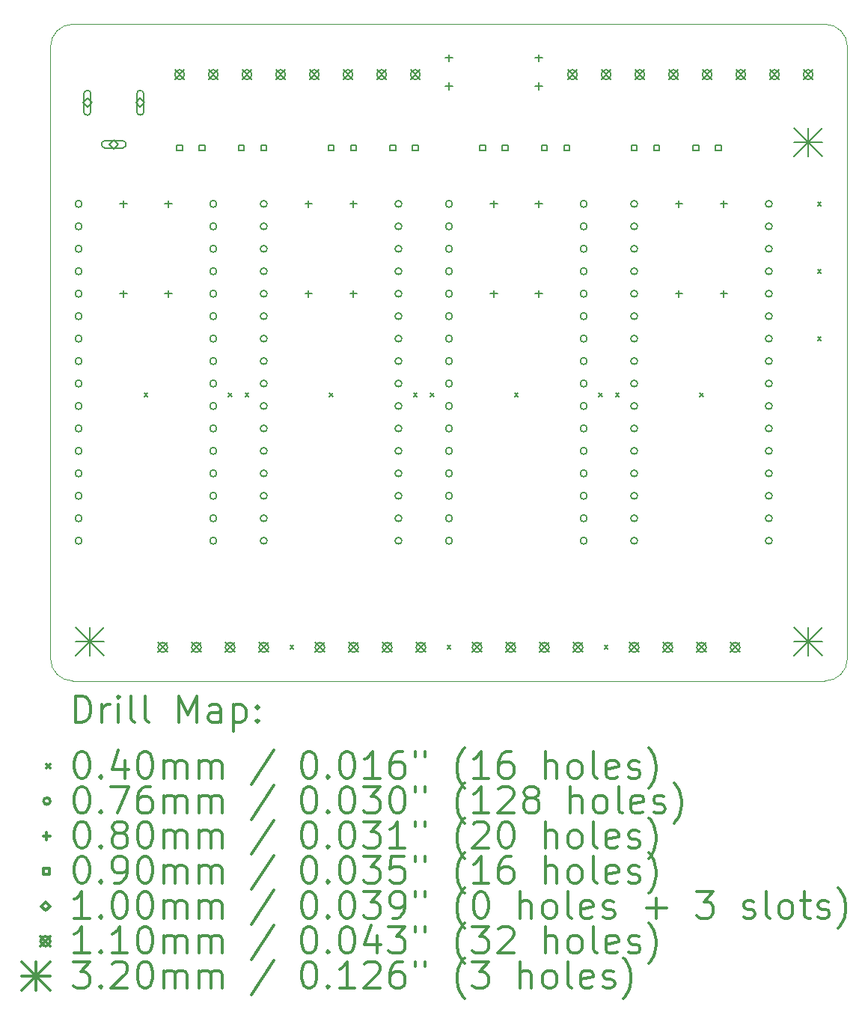
<source format=gbr>
%FSLAX45Y45*%
G04 Gerber Fmt 4.5, Leading zero omitted, Abs format (unit mm)*
G04 Created by KiCad (PCBNEW (5.1.9)-1) date 2021-10-14 10:16:45*
%MOMM*%
%LPD*%
G01*
G04 APERTURE LIST*
%TA.AperFunction,Profile*%
%ADD10C,0.050000*%
%TD*%
%ADD11C,0.200000*%
%ADD12C,0.300000*%
G04 APERTURE END LIST*
D10*
X317500Y-7493000D02*
G75*
G02*
X63500Y-7239000I0J254000D01*
G01*
X9080500Y-7239000D02*
G75*
G02*
X8826500Y-7493000I-254000J0D01*
G01*
X8826500Y-63500D02*
G75*
G02*
X9080500Y-317500I0J-254000D01*
G01*
X63500Y-317500D02*
G75*
G02*
X317500Y-63500I254000J0D01*
G01*
X8826500Y-63500D02*
X317500Y-63500D01*
X9080500Y-7239000D02*
X9080500Y-317500D01*
X317500Y-7493000D02*
X8826500Y-7493000D01*
X63500Y-317500D02*
X63500Y-7239000D01*
D11*
X1123000Y-4234500D02*
X1163000Y-4274500D01*
X1163000Y-4234500D02*
X1123000Y-4274500D01*
X2075500Y-4234500D02*
X2115500Y-4274500D01*
X2115500Y-4234500D02*
X2075500Y-4274500D01*
X2266000Y-4234500D02*
X2306000Y-4274500D01*
X2306000Y-4234500D02*
X2266000Y-4274500D01*
X2774000Y-7092000D02*
X2814000Y-7132000D01*
X2814000Y-7092000D02*
X2774000Y-7132000D01*
X3218500Y-4234500D02*
X3258500Y-4274500D01*
X3258500Y-4234500D02*
X3218500Y-4274500D01*
X4171000Y-4234500D02*
X4211000Y-4274500D01*
X4211000Y-4234500D02*
X4171000Y-4274500D01*
X4361500Y-4234500D02*
X4401500Y-4274500D01*
X4401500Y-4234500D02*
X4361500Y-4274500D01*
X4552000Y-7092000D02*
X4592000Y-7132000D01*
X4592000Y-7092000D02*
X4552000Y-7132000D01*
X5314000Y-4234500D02*
X5354000Y-4274500D01*
X5354000Y-4234500D02*
X5314000Y-4274500D01*
X6266500Y-4234500D02*
X6306500Y-4274500D01*
X6306500Y-4234500D02*
X6266500Y-4274500D01*
X6330000Y-7092000D02*
X6370000Y-7132000D01*
X6370000Y-7092000D02*
X6330000Y-7132000D01*
X6457000Y-4234500D02*
X6497000Y-4274500D01*
X6497000Y-4234500D02*
X6457000Y-4274500D01*
X7409500Y-4234500D02*
X7449500Y-4274500D01*
X7449500Y-4234500D02*
X7409500Y-4274500D01*
X8743000Y-2075500D02*
X8783000Y-2115500D01*
X8783000Y-2075500D02*
X8743000Y-2115500D01*
X8743000Y-2837500D02*
X8783000Y-2877500D01*
X8783000Y-2837500D02*
X8743000Y-2877500D01*
X8743000Y-3599500D02*
X8783000Y-3639500D01*
X8783000Y-3599500D02*
X8743000Y-3639500D01*
X419100Y-2095500D02*
G75*
G03*
X419100Y-2095500I-38100J0D01*
G01*
X419100Y-2349500D02*
G75*
G03*
X419100Y-2349500I-38100J0D01*
G01*
X419100Y-2603500D02*
G75*
G03*
X419100Y-2603500I-38100J0D01*
G01*
X419100Y-2857500D02*
G75*
G03*
X419100Y-2857500I-38100J0D01*
G01*
X419100Y-3111500D02*
G75*
G03*
X419100Y-3111500I-38100J0D01*
G01*
X419100Y-3365500D02*
G75*
G03*
X419100Y-3365500I-38100J0D01*
G01*
X419100Y-3619500D02*
G75*
G03*
X419100Y-3619500I-38100J0D01*
G01*
X419100Y-3873500D02*
G75*
G03*
X419100Y-3873500I-38100J0D01*
G01*
X419100Y-4127500D02*
G75*
G03*
X419100Y-4127500I-38100J0D01*
G01*
X419100Y-4381500D02*
G75*
G03*
X419100Y-4381500I-38100J0D01*
G01*
X419100Y-4635500D02*
G75*
G03*
X419100Y-4635500I-38100J0D01*
G01*
X419100Y-4889500D02*
G75*
G03*
X419100Y-4889500I-38100J0D01*
G01*
X419100Y-5143500D02*
G75*
G03*
X419100Y-5143500I-38100J0D01*
G01*
X419100Y-5397500D02*
G75*
G03*
X419100Y-5397500I-38100J0D01*
G01*
X419100Y-5651500D02*
G75*
G03*
X419100Y-5651500I-38100J0D01*
G01*
X419100Y-5905500D02*
G75*
G03*
X419100Y-5905500I-38100J0D01*
G01*
X1943100Y-2095500D02*
G75*
G03*
X1943100Y-2095500I-38100J0D01*
G01*
X1943100Y-2349500D02*
G75*
G03*
X1943100Y-2349500I-38100J0D01*
G01*
X1943100Y-2603500D02*
G75*
G03*
X1943100Y-2603500I-38100J0D01*
G01*
X1943100Y-2857500D02*
G75*
G03*
X1943100Y-2857500I-38100J0D01*
G01*
X1943100Y-3111500D02*
G75*
G03*
X1943100Y-3111500I-38100J0D01*
G01*
X1943100Y-3365500D02*
G75*
G03*
X1943100Y-3365500I-38100J0D01*
G01*
X1943100Y-3619500D02*
G75*
G03*
X1943100Y-3619500I-38100J0D01*
G01*
X1943100Y-3873500D02*
G75*
G03*
X1943100Y-3873500I-38100J0D01*
G01*
X1943100Y-4127500D02*
G75*
G03*
X1943100Y-4127500I-38100J0D01*
G01*
X1943100Y-4381500D02*
G75*
G03*
X1943100Y-4381500I-38100J0D01*
G01*
X1943100Y-4635500D02*
G75*
G03*
X1943100Y-4635500I-38100J0D01*
G01*
X1943100Y-4889500D02*
G75*
G03*
X1943100Y-4889500I-38100J0D01*
G01*
X1943100Y-5143500D02*
G75*
G03*
X1943100Y-5143500I-38100J0D01*
G01*
X1943100Y-5397500D02*
G75*
G03*
X1943100Y-5397500I-38100J0D01*
G01*
X1943100Y-5651500D02*
G75*
G03*
X1943100Y-5651500I-38100J0D01*
G01*
X1943100Y-5905500D02*
G75*
G03*
X1943100Y-5905500I-38100J0D01*
G01*
X2514600Y-2095500D02*
G75*
G03*
X2514600Y-2095500I-38100J0D01*
G01*
X2514600Y-2349500D02*
G75*
G03*
X2514600Y-2349500I-38100J0D01*
G01*
X2514600Y-2603500D02*
G75*
G03*
X2514600Y-2603500I-38100J0D01*
G01*
X2514600Y-2857500D02*
G75*
G03*
X2514600Y-2857500I-38100J0D01*
G01*
X2514600Y-3111500D02*
G75*
G03*
X2514600Y-3111500I-38100J0D01*
G01*
X2514600Y-3365500D02*
G75*
G03*
X2514600Y-3365500I-38100J0D01*
G01*
X2514600Y-3619500D02*
G75*
G03*
X2514600Y-3619500I-38100J0D01*
G01*
X2514600Y-3873500D02*
G75*
G03*
X2514600Y-3873500I-38100J0D01*
G01*
X2514600Y-4127500D02*
G75*
G03*
X2514600Y-4127500I-38100J0D01*
G01*
X2514600Y-4381500D02*
G75*
G03*
X2514600Y-4381500I-38100J0D01*
G01*
X2514600Y-4635500D02*
G75*
G03*
X2514600Y-4635500I-38100J0D01*
G01*
X2514600Y-4889500D02*
G75*
G03*
X2514600Y-4889500I-38100J0D01*
G01*
X2514600Y-5143500D02*
G75*
G03*
X2514600Y-5143500I-38100J0D01*
G01*
X2514600Y-5397500D02*
G75*
G03*
X2514600Y-5397500I-38100J0D01*
G01*
X2514600Y-5651500D02*
G75*
G03*
X2514600Y-5651500I-38100J0D01*
G01*
X2514600Y-5905500D02*
G75*
G03*
X2514600Y-5905500I-38100J0D01*
G01*
X4038600Y-2095500D02*
G75*
G03*
X4038600Y-2095500I-38100J0D01*
G01*
X4038600Y-2349500D02*
G75*
G03*
X4038600Y-2349500I-38100J0D01*
G01*
X4038600Y-2603500D02*
G75*
G03*
X4038600Y-2603500I-38100J0D01*
G01*
X4038600Y-2857500D02*
G75*
G03*
X4038600Y-2857500I-38100J0D01*
G01*
X4038600Y-3111500D02*
G75*
G03*
X4038600Y-3111500I-38100J0D01*
G01*
X4038600Y-3365500D02*
G75*
G03*
X4038600Y-3365500I-38100J0D01*
G01*
X4038600Y-3619500D02*
G75*
G03*
X4038600Y-3619500I-38100J0D01*
G01*
X4038600Y-3873500D02*
G75*
G03*
X4038600Y-3873500I-38100J0D01*
G01*
X4038600Y-4127500D02*
G75*
G03*
X4038600Y-4127500I-38100J0D01*
G01*
X4038600Y-4381500D02*
G75*
G03*
X4038600Y-4381500I-38100J0D01*
G01*
X4038600Y-4635500D02*
G75*
G03*
X4038600Y-4635500I-38100J0D01*
G01*
X4038600Y-4889500D02*
G75*
G03*
X4038600Y-4889500I-38100J0D01*
G01*
X4038600Y-5143500D02*
G75*
G03*
X4038600Y-5143500I-38100J0D01*
G01*
X4038600Y-5397500D02*
G75*
G03*
X4038600Y-5397500I-38100J0D01*
G01*
X4038600Y-5651500D02*
G75*
G03*
X4038600Y-5651500I-38100J0D01*
G01*
X4038600Y-5905500D02*
G75*
G03*
X4038600Y-5905500I-38100J0D01*
G01*
X4610100Y-2095500D02*
G75*
G03*
X4610100Y-2095500I-38100J0D01*
G01*
X4610100Y-2349500D02*
G75*
G03*
X4610100Y-2349500I-38100J0D01*
G01*
X4610100Y-2603500D02*
G75*
G03*
X4610100Y-2603500I-38100J0D01*
G01*
X4610100Y-2857500D02*
G75*
G03*
X4610100Y-2857500I-38100J0D01*
G01*
X4610100Y-3111500D02*
G75*
G03*
X4610100Y-3111500I-38100J0D01*
G01*
X4610100Y-3365500D02*
G75*
G03*
X4610100Y-3365500I-38100J0D01*
G01*
X4610100Y-3619500D02*
G75*
G03*
X4610100Y-3619500I-38100J0D01*
G01*
X4610100Y-3873500D02*
G75*
G03*
X4610100Y-3873500I-38100J0D01*
G01*
X4610100Y-4127500D02*
G75*
G03*
X4610100Y-4127500I-38100J0D01*
G01*
X4610100Y-4381500D02*
G75*
G03*
X4610100Y-4381500I-38100J0D01*
G01*
X4610100Y-4635500D02*
G75*
G03*
X4610100Y-4635500I-38100J0D01*
G01*
X4610100Y-4889500D02*
G75*
G03*
X4610100Y-4889500I-38100J0D01*
G01*
X4610100Y-5143500D02*
G75*
G03*
X4610100Y-5143500I-38100J0D01*
G01*
X4610100Y-5397500D02*
G75*
G03*
X4610100Y-5397500I-38100J0D01*
G01*
X4610100Y-5651500D02*
G75*
G03*
X4610100Y-5651500I-38100J0D01*
G01*
X4610100Y-5905500D02*
G75*
G03*
X4610100Y-5905500I-38100J0D01*
G01*
X6134100Y-2095500D02*
G75*
G03*
X6134100Y-2095500I-38100J0D01*
G01*
X6134100Y-2349500D02*
G75*
G03*
X6134100Y-2349500I-38100J0D01*
G01*
X6134100Y-2603500D02*
G75*
G03*
X6134100Y-2603500I-38100J0D01*
G01*
X6134100Y-2857500D02*
G75*
G03*
X6134100Y-2857500I-38100J0D01*
G01*
X6134100Y-3111500D02*
G75*
G03*
X6134100Y-3111500I-38100J0D01*
G01*
X6134100Y-3365500D02*
G75*
G03*
X6134100Y-3365500I-38100J0D01*
G01*
X6134100Y-3619500D02*
G75*
G03*
X6134100Y-3619500I-38100J0D01*
G01*
X6134100Y-3873500D02*
G75*
G03*
X6134100Y-3873500I-38100J0D01*
G01*
X6134100Y-4127500D02*
G75*
G03*
X6134100Y-4127500I-38100J0D01*
G01*
X6134100Y-4381500D02*
G75*
G03*
X6134100Y-4381500I-38100J0D01*
G01*
X6134100Y-4635500D02*
G75*
G03*
X6134100Y-4635500I-38100J0D01*
G01*
X6134100Y-4889500D02*
G75*
G03*
X6134100Y-4889500I-38100J0D01*
G01*
X6134100Y-5143500D02*
G75*
G03*
X6134100Y-5143500I-38100J0D01*
G01*
X6134100Y-5397500D02*
G75*
G03*
X6134100Y-5397500I-38100J0D01*
G01*
X6134100Y-5651500D02*
G75*
G03*
X6134100Y-5651500I-38100J0D01*
G01*
X6134100Y-5905500D02*
G75*
G03*
X6134100Y-5905500I-38100J0D01*
G01*
X6705600Y-2095500D02*
G75*
G03*
X6705600Y-2095500I-38100J0D01*
G01*
X6705600Y-2349500D02*
G75*
G03*
X6705600Y-2349500I-38100J0D01*
G01*
X6705600Y-2603500D02*
G75*
G03*
X6705600Y-2603500I-38100J0D01*
G01*
X6705600Y-2857500D02*
G75*
G03*
X6705600Y-2857500I-38100J0D01*
G01*
X6705600Y-3111500D02*
G75*
G03*
X6705600Y-3111500I-38100J0D01*
G01*
X6705600Y-3365500D02*
G75*
G03*
X6705600Y-3365500I-38100J0D01*
G01*
X6705600Y-3619500D02*
G75*
G03*
X6705600Y-3619500I-38100J0D01*
G01*
X6705600Y-3873500D02*
G75*
G03*
X6705600Y-3873500I-38100J0D01*
G01*
X6705600Y-4127500D02*
G75*
G03*
X6705600Y-4127500I-38100J0D01*
G01*
X6705600Y-4381500D02*
G75*
G03*
X6705600Y-4381500I-38100J0D01*
G01*
X6705600Y-4635500D02*
G75*
G03*
X6705600Y-4635500I-38100J0D01*
G01*
X6705600Y-4889500D02*
G75*
G03*
X6705600Y-4889500I-38100J0D01*
G01*
X6705600Y-5143500D02*
G75*
G03*
X6705600Y-5143500I-38100J0D01*
G01*
X6705600Y-5397500D02*
G75*
G03*
X6705600Y-5397500I-38100J0D01*
G01*
X6705600Y-5651500D02*
G75*
G03*
X6705600Y-5651500I-38100J0D01*
G01*
X6705600Y-5905500D02*
G75*
G03*
X6705600Y-5905500I-38100J0D01*
G01*
X8229600Y-2095500D02*
G75*
G03*
X8229600Y-2095500I-38100J0D01*
G01*
X8229600Y-2349500D02*
G75*
G03*
X8229600Y-2349500I-38100J0D01*
G01*
X8229600Y-2603500D02*
G75*
G03*
X8229600Y-2603500I-38100J0D01*
G01*
X8229600Y-2857500D02*
G75*
G03*
X8229600Y-2857500I-38100J0D01*
G01*
X8229600Y-3111500D02*
G75*
G03*
X8229600Y-3111500I-38100J0D01*
G01*
X8229600Y-3365500D02*
G75*
G03*
X8229600Y-3365500I-38100J0D01*
G01*
X8229600Y-3619500D02*
G75*
G03*
X8229600Y-3619500I-38100J0D01*
G01*
X8229600Y-3873500D02*
G75*
G03*
X8229600Y-3873500I-38100J0D01*
G01*
X8229600Y-4127500D02*
G75*
G03*
X8229600Y-4127500I-38100J0D01*
G01*
X8229600Y-4381500D02*
G75*
G03*
X8229600Y-4381500I-38100J0D01*
G01*
X8229600Y-4635500D02*
G75*
G03*
X8229600Y-4635500I-38100J0D01*
G01*
X8229600Y-4889500D02*
G75*
G03*
X8229600Y-4889500I-38100J0D01*
G01*
X8229600Y-5143500D02*
G75*
G03*
X8229600Y-5143500I-38100J0D01*
G01*
X8229600Y-5397500D02*
G75*
G03*
X8229600Y-5397500I-38100J0D01*
G01*
X8229600Y-5651500D02*
G75*
G03*
X8229600Y-5651500I-38100J0D01*
G01*
X8229600Y-5905500D02*
G75*
G03*
X8229600Y-5905500I-38100J0D01*
G01*
X889000Y-2055500D02*
X889000Y-2135500D01*
X849000Y-2095500D02*
X929000Y-2095500D01*
X889000Y-3071500D02*
X889000Y-3151500D01*
X849000Y-3111500D02*
X929000Y-3111500D01*
X1397000Y-2055500D02*
X1397000Y-2135500D01*
X1357000Y-2095500D02*
X1437000Y-2095500D01*
X1397000Y-3071500D02*
X1397000Y-3151500D01*
X1357000Y-3111500D02*
X1437000Y-3111500D01*
X2984500Y-2055500D02*
X2984500Y-2135500D01*
X2944500Y-2095500D02*
X3024500Y-2095500D01*
X2984500Y-3071500D02*
X2984500Y-3151500D01*
X2944500Y-3111500D02*
X3024500Y-3111500D01*
X3492500Y-2055500D02*
X3492500Y-2135500D01*
X3452500Y-2095500D02*
X3532500Y-2095500D01*
X3492500Y-3071500D02*
X3492500Y-3151500D01*
X3452500Y-3111500D02*
X3532500Y-3111500D01*
X4572000Y-404500D02*
X4572000Y-484500D01*
X4532000Y-444500D02*
X4612000Y-444500D01*
X4572000Y-722000D02*
X4572000Y-802000D01*
X4532000Y-762000D02*
X4612000Y-762000D01*
X5080000Y-2055500D02*
X5080000Y-2135500D01*
X5040000Y-2095500D02*
X5120000Y-2095500D01*
X5080000Y-3071500D02*
X5080000Y-3151500D01*
X5040000Y-3111500D02*
X5120000Y-3111500D01*
X5588000Y-404500D02*
X5588000Y-484500D01*
X5548000Y-444500D02*
X5628000Y-444500D01*
X5588000Y-722000D02*
X5588000Y-802000D01*
X5548000Y-762000D02*
X5628000Y-762000D01*
X5588000Y-2055500D02*
X5588000Y-2135500D01*
X5548000Y-2095500D02*
X5628000Y-2095500D01*
X5588000Y-3071500D02*
X5588000Y-3151500D01*
X5548000Y-3111500D02*
X5628000Y-3111500D01*
X7175500Y-2055500D02*
X7175500Y-2135500D01*
X7135500Y-2095500D02*
X7215500Y-2095500D01*
X7175500Y-3071500D02*
X7175500Y-3151500D01*
X7135500Y-3111500D02*
X7215500Y-3111500D01*
X7683500Y-2055500D02*
X7683500Y-2135500D01*
X7643500Y-2095500D02*
X7723500Y-2095500D01*
X7683500Y-3071500D02*
X7683500Y-3151500D01*
X7643500Y-3111500D02*
X7723500Y-3111500D01*
X1555820Y-1492320D02*
X1555820Y-1428680D01*
X1492180Y-1428680D01*
X1492180Y-1492320D01*
X1555820Y-1492320D01*
X1809820Y-1492320D02*
X1809820Y-1428680D01*
X1746180Y-1428680D01*
X1746180Y-1492320D01*
X1809820Y-1492320D01*
X2254320Y-1492320D02*
X2254320Y-1428680D01*
X2190680Y-1428680D01*
X2190680Y-1492320D01*
X2254320Y-1492320D01*
X2508320Y-1492320D02*
X2508320Y-1428680D01*
X2444680Y-1428680D01*
X2444680Y-1492320D01*
X2508320Y-1492320D01*
X3270320Y-1492320D02*
X3270320Y-1428680D01*
X3206680Y-1428680D01*
X3206680Y-1492320D01*
X3270320Y-1492320D01*
X3524320Y-1492320D02*
X3524320Y-1428680D01*
X3460680Y-1428680D01*
X3460680Y-1492320D01*
X3524320Y-1492320D01*
X3968820Y-1492320D02*
X3968820Y-1428680D01*
X3905180Y-1428680D01*
X3905180Y-1492320D01*
X3968820Y-1492320D01*
X4222820Y-1492320D02*
X4222820Y-1428680D01*
X4159180Y-1428680D01*
X4159180Y-1492320D01*
X4222820Y-1492320D01*
X4984820Y-1492320D02*
X4984820Y-1428680D01*
X4921180Y-1428680D01*
X4921180Y-1492320D01*
X4984820Y-1492320D01*
X5238820Y-1492320D02*
X5238820Y-1428680D01*
X5175180Y-1428680D01*
X5175180Y-1492320D01*
X5238820Y-1492320D01*
X5683320Y-1492320D02*
X5683320Y-1428680D01*
X5619680Y-1428680D01*
X5619680Y-1492320D01*
X5683320Y-1492320D01*
X5937320Y-1492320D02*
X5937320Y-1428680D01*
X5873680Y-1428680D01*
X5873680Y-1492320D01*
X5937320Y-1492320D01*
X6699320Y-1492320D02*
X6699320Y-1428680D01*
X6635680Y-1428680D01*
X6635680Y-1492320D01*
X6699320Y-1492320D01*
X6953320Y-1492320D02*
X6953320Y-1428680D01*
X6889680Y-1428680D01*
X6889680Y-1492320D01*
X6953320Y-1492320D01*
X7397820Y-1492320D02*
X7397820Y-1428680D01*
X7334180Y-1428680D01*
X7334180Y-1492320D01*
X7397820Y-1492320D01*
X7651820Y-1492320D02*
X7651820Y-1428680D01*
X7588180Y-1428680D01*
X7588180Y-1492320D01*
X7651820Y-1492320D01*
X479500Y-1002500D02*
X529500Y-952500D01*
X479500Y-902500D01*
X429500Y-952500D01*
X479500Y-1002500D01*
X439500Y-852500D02*
X439500Y-1052500D01*
X519500Y-852500D02*
X519500Y-1052500D01*
X439500Y-1052500D02*
G75*
G03*
X519500Y-1052500I40000J0D01*
G01*
X519500Y-852500D02*
G75*
G03*
X439500Y-852500I-40000J0D01*
G01*
X779500Y-1472500D02*
X829500Y-1422500D01*
X779500Y-1372500D01*
X729500Y-1422500D01*
X779500Y-1472500D01*
X679500Y-1462500D02*
X879500Y-1462500D01*
X679500Y-1382500D02*
X879500Y-1382500D01*
X879500Y-1462500D02*
G75*
G03*
X879500Y-1382500I0J40000D01*
G01*
X679500Y-1382500D02*
G75*
G03*
X679500Y-1462500I0J-40000D01*
G01*
X1079500Y-1002500D02*
X1129500Y-952500D01*
X1079500Y-902500D01*
X1029500Y-952500D01*
X1079500Y-1002500D01*
X1039500Y-852500D02*
X1039500Y-1052500D01*
X1119500Y-852500D02*
X1119500Y-1052500D01*
X1039500Y-1052500D02*
G75*
G03*
X1119500Y-1052500I40000J0D01*
G01*
X1119500Y-852500D02*
G75*
G03*
X1039500Y-852500I-40000J0D01*
G01*
X1278500Y-7057000D02*
X1388500Y-7167000D01*
X1388500Y-7057000D02*
X1278500Y-7167000D01*
X1388500Y-7112000D02*
G75*
G03*
X1388500Y-7112000I-55000J0D01*
G01*
X1469000Y-580000D02*
X1579000Y-690000D01*
X1579000Y-580000D02*
X1469000Y-690000D01*
X1579000Y-635000D02*
G75*
G03*
X1579000Y-635000I-55000J0D01*
G01*
X1659500Y-7057000D02*
X1769500Y-7167000D01*
X1769500Y-7057000D02*
X1659500Y-7167000D01*
X1769500Y-7112000D02*
G75*
G03*
X1769500Y-7112000I-55000J0D01*
G01*
X1850000Y-580000D02*
X1960000Y-690000D01*
X1960000Y-580000D02*
X1850000Y-690000D01*
X1960000Y-635000D02*
G75*
G03*
X1960000Y-635000I-55000J0D01*
G01*
X2040500Y-7057000D02*
X2150500Y-7167000D01*
X2150500Y-7057000D02*
X2040500Y-7167000D01*
X2150500Y-7112000D02*
G75*
G03*
X2150500Y-7112000I-55000J0D01*
G01*
X2231000Y-580000D02*
X2341000Y-690000D01*
X2341000Y-580000D02*
X2231000Y-690000D01*
X2341000Y-635000D02*
G75*
G03*
X2341000Y-635000I-55000J0D01*
G01*
X2421500Y-7057000D02*
X2531500Y-7167000D01*
X2531500Y-7057000D02*
X2421500Y-7167000D01*
X2531500Y-7112000D02*
G75*
G03*
X2531500Y-7112000I-55000J0D01*
G01*
X2612000Y-580000D02*
X2722000Y-690000D01*
X2722000Y-580000D02*
X2612000Y-690000D01*
X2722000Y-635000D02*
G75*
G03*
X2722000Y-635000I-55000J0D01*
G01*
X2993000Y-580000D02*
X3103000Y-690000D01*
X3103000Y-580000D02*
X2993000Y-690000D01*
X3103000Y-635000D02*
G75*
G03*
X3103000Y-635000I-55000J0D01*
G01*
X3056500Y-7057000D02*
X3166500Y-7167000D01*
X3166500Y-7057000D02*
X3056500Y-7167000D01*
X3166500Y-7112000D02*
G75*
G03*
X3166500Y-7112000I-55000J0D01*
G01*
X3374000Y-580000D02*
X3484000Y-690000D01*
X3484000Y-580000D02*
X3374000Y-690000D01*
X3484000Y-635000D02*
G75*
G03*
X3484000Y-635000I-55000J0D01*
G01*
X3437500Y-7057000D02*
X3547500Y-7167000D01*
X3547500Y-7057000D02*
X3437500Y-7167000D01*
X3547500Y-7112000D02*
G75*
G03*
X3547500Y-7112000I-55000J0D01*
G01*
X3755000Y-580000D02*
X3865000Y-690000D01*
X3865000Y-580000D02*
X3755000Y-690000D01*
X3865000Y-635000D02*
G75*
G03*
X3865000Y-635000I-55000J0D01*
G01*
X3818500Y-7057000D02*
X3928500Y-7167000D01*
X3928500Y-7057000D02*
X3818500Y-7167000D01*
X3928500Y-7112000D02*
G75*
G03*
X3928500Y-7112000I-55000J0D01*
G01*
X4136000Y-580000D02*
X4246000Y-690000D01*
X4246000Y-580000D02*
X4136000Y-690000D01*
X4246000Y-635000D02*
G75*
G03*
X4246000Y-635000I-55000J0D01*
G01*
X4199500Y-7057000D02*
X4309500Y-7167000D01*
X4309500Y-7057000D02*
X4199500Y-7167000D01*
X4309500Y-7112000D02*
G75*
G03*
X4309500Y-7112000I-55000J0D01*
G01*
X4834500Y-7057000D02*
X4944500Y-7167000D01*
X4944500Y-7057000D02*
X4834500Y-7167000D01*
X4944500Y-7112000D02*
G75*
G03*
X4944500Y-7112000I-55000J0D01*
G01*
X5215500Y-7057000D02*
X5325500Y-7167000D01*
X5325500Y-7057000D02*
X5215500Y-7167000D01*
X5325500Y-7112000D02*
G75*
G03*
X5325500Y-7112000I-55000J0D01*
G01*
X5596500Y-7057000D02*
X5706500Y-7167000D01*
X5706500Y-7057000D02*
X5596500Y-7167000D01*
X5706500Y-7112000D02*
G75*
G03*
X5706500Y-7112000I-55000J0D01*
G01*
X5914000Y-580000D02*
X6024000Y-690000D01*
X6024000Y-580000D02*
X5914000Y-690000D01*
X6024000Y-635000D02*
G75*
G03*
X6024000Y-635000I-55000J0D01*
G01*
X5977500Y-7057000D02*
X6087500Y-7167000D01*
X6087500Y-7057000D02*
X5977500Y-7167000D01*
X6087500Y-7112000D02*
G75*
G03*
X6087500Y-7112000I-55000J0D01*
G01*
X6295000Y-580000D02*
X6405000Y-690000D01*
X6405000Y-580000D02*
X6295000Y-690000D01*
X6405000Y-635000D02*
G75*
G03*
X6405000Y-635000I-55000J0D01*
G01*
X6612500Y-7057000D02*
X6722500Y-7167000D01*
X6722500Y-7057000D02*
X6612500Y-7167000D01*
X6722500Y-7112000D02*
G75*
G03*
X6722500Y-7112000I-55000J0D01*
G01*
X6676000Y-580000D02*
X6786000Y-690000D01*
X6786000Y-580000D02*
X6676000Y-690000D01*
X6786000Y-635000D02*
G75*
G03*
X6786000Y-635000I-55000J0D01*
G01*
X6993500Y-7057000D02*
X7103500Y-7167000D01*
X7103500Y-7057000D02*
X6993500Y-7167000D01*
X7103500Y-7112000D02*
G75*
G03*
X7103500Y-7112000I-55000J0D01*
G01*
X7057000Y-580000D02*
X7167000Y-690000D01*
X7167000Y-580000D02*
X7057000Y-690000D01*
X7167000Y-635000D02*
G75*
G03*
X7167000Y-635000I-55000J0D01*
G01*
X7374500Y-7057000D02*
X7484500Y-7167000D01*
X7484500Y-7057000D02*
X7374500Y-7167000D01*
X7484500Y-7112000D02*
G75*
G03*
X7484500Y-7112000I-55000J0D01*
G01*
X7438000Y-580000D02*
X7548000Y-690000D01*
X7548000Y-580000D02*
X7438000Y-690000D01*
X7548000Y-635000D02*
G75*
G03*
X7548000Y-635000I-55000J0D01*
G01*
X7755500Y-7057000D02*
X7865500Y-7167000D01*
X7865500Y-7057000D02*
X7755500Y-7167000D01*
X7865500Y-7112000D02*
G75*
G03*
X7865500Y-7112000I-55000J0D01*
G01*
X7819000Y-580000D02*
X7929000Y-690000D01*
X7929000Y-580000D02*
X7819000Y-690000D01*
X7929000Y-635000D02*
G75*
G03*
X7929000Y-635000I-55000J0D01*
G01*
X8200000Y-580000D02*
X8310000Y-690000D01*
X8310000Y-580000D02*
X8200000Y-690000D01*
X8310000Y-635000D02*
G75*
G03*
X8310000Y-635000I-55000J0D01*
G01*
X8581000Y-580000D02*
X8691000Y-690000D01*
X8691000Y-580000D02*
X8581000Y-690000D01*
X8691000Y-635000D02*
G75*
G03*
X8691000Y-635000I-55000J0D01*
G01*
X348000Y-6888500D02*
X668000Y-7208500D01*
X668000Y-6888500D02*
X348000Y-7208500D01*
X508000Y-6888500D02*
X508000Y-7208500D01*
X348000Y-7048500D02*
X668000Y-7048500D01*
X8476000Y-1237000D02*
X8796000Y-1557000D01*
X8796000Y-1237000D02*
X8476000Y-1557000D01*
X8636000Y-1237000D02*
X8636000Y-1557000D01*
X8476000Y-1397000D02*
X8796000Y-1397000D01*
X8476000Y-6888500D02*
X8796000Y-7208500D01*
X8796000Y-6888500D02*
X8476000Y-7208500D01*
X8636000Y-6888500D02*
X8636000Y-7208500D01*
X8476000Y-7048500D02*
X8796000Y-7048500D01*
D12*
X347428Y-7961214D02*
X347428Y-7661214D01*
X418857Y-7661214D01*
X461714Y-7675500D01*
X490286Y-7704071D01*
X504571Y-7732643D01*
X518857Y-7789786D01*
X518857Y-7832643D01*
X504571Y-7889786D01*
X490286Y-7918357D01*
X461714Y-7946929D01*
X418857Y-7961214D01*
X347428Y-7961214D01*
X647428Y-7961214D02*
X647428Y-7761214D01*
X647428Y-7818357D02*
X661714Y-7789786D01*
X676000Y-7775500D01*
X704571Y-7761214D01*
X733143Y-7761214D01*
X833143Y-7961214D02*
X833143Y-7761214D01*
X833143Y-7661214D02*
X818857Y-7675500D01*
X833143Y-7689786D01*
X847428Y-7675500D01*
X833143Y-7661214D01*
X833143Y-7689786D01*
X1018857Y-7961214D02*
X990286Y-7946929D01*
X976000Y-7918357D01*
X976000Y-7661214D01*
X1176000Y-7961214D02*
X1147428Y-7946929D01*
X1133143Y-7918357D01*
X1133143Y-7661214D01*
X1518857Y-7961214D02*
X1518857Y-7661214D01*
X1618857Y-7875500D01*
X1718857Y-7661214D01*
X1718857Y-7961214D01*
X1990286Y-7961214D02*
X1990286Y-7804071D01*
X1976000Y-7775500D01*
X1947428Y-7761214D01*
X1890286Y-7761214D01*
X1861714Y-7775500D01*
X1990286Y-7946929D02*
X1961714Y-7961214D01*
X1890286Y-7961214D01*
X1861714Y-7946929D01*
X1847428Y-7918357D01*
X1847428Y-7889786D01*
X1861714Y-7861214D01*
X1890286Y-7846929D01*
X1961714Y-7846929D01*
X1990286Y-7832643D01*
X2133143Y-7761214D02*
X2133143Y-8061214D01*
X2133143Y-7775500D02*
X2161714Y-7761214D01*
X2218857Y-7761214D01*
X2247428Y-7775500D01*
X2261714Y-7789786D01*
X2276000Y-7818357D01*
X2276000Y-7904071D01*
X2261714Y-7932643D01*
X2247428Y-7946929D01*
X2218857Y-7961214D01*
X2161714Y-7961214D01*
X2133143Y-7946929D01*
X2404571Y-7932643D02*
X2418857Y-7946929D01*
X2404571Y-7961214D01*
X2390286Y-7946929D01*
X2404571Y-7932643D01*
X2404571Y-7961214D01*
X2404571Y-7775500D02*
X2418857Y-7789786D01*
X2404571Y-7804071D01*
X2390286Y-7789786D01*
X2404571Y-7775500D01*
X2404571Y-7804071D01*
X21000Y-8435500D02*
X61000Y-8475500D01*
X61000Y-8435500D02*
X21000Y-8475500D01*
X404571Y-8291214D02*
X433143Y-8291214D01*
X461714Y-8305500D01*
X476000Y-8319786D01*
X490286Y-8348357D01*
X504571Y-8405500D01*
X504571Y-8476929D01*
X490286Y-8534072D01*
X476000Y-8562643D01*
X461714Y-8576929D01*
X433143Y-8591214D01*
X404571Y-8591214D01*
X376000Y-8576929D01*
X361714Y-8562643D01*
X347428Y-8534072D01*
X333143Y-8476929D01*
X333143Y-8405500D01*
X347428Y-8348357D01*
X361714Y-8319786D01*
X376000Y-8305500D01*
X404571Y-8291214D01*
X633143Y-8562643D02*
X647428Y-8576929D01*
X633143Y-8591214D01*
X618857Y-8576929D01*
X633143Y-8562643D01*
X633143Y-8591214D01*
X904571Y-8391214D02*
X904571Y-8591214D01*
X833143Y-8276929D02*
X761714Y-8491214D01*
X947428Y-8491214D01*
X1118857Y-8291214D02*
X1147428Y-8291214D01*
X1176000Y-8305500D01*
X1190286Y-8319786D01*
X1204571Y-8348357D01*
X1218857Y-8405500D01*
X1218857Y-8476929D01*
X1204571Y-8534072D01*
X1190286Y-8562643D01*
X1176000Y-8576929D01*
X1147428Y-8591214D01*
X1118857Y-8591214D01*
X1090286Y-8576929D01*
X1076000Y-8562643D01*
X1061714Y-8534072D01*
X1047428Y-8476929D01*
X1047428Y-8405500D01*
X1061714Y-8348357D01*
X1076000Y-8319786D01*
X1090286Y-8305500D01*
X1118857Y-8291214D01*
X1347428Y-8591214D02*
X1347428Y-8391214D01*
X1347428Y-8419786D02*
X1361714Y-8405500D01*
X1390286Y-8391214D01*
X1433143Y-8391214D01*
X1461714Y-8405500D01*
X1476000Y-8434072D01*
X1476000Y-8591214D01*
X1476000Y-8434072D02*
X1490286Y-8405500D01*
X1518857Y-8391214D01*
X1561714Y-8391214D01*
X1590286Y-8405500D01*
X1604571Y-8434072D01*
X1604571Y-8591214D01*
X1747428Y-8591214D02*
X1747428Y-8391214D01*
X1747428Y-8419786D02*
X1761714Y-8405500D01*
X1790286Y-8391214D01*
X1833143Y-8391214D01*
X1861714Y-8405500D01*
X1876000Y-8434072D01*
X1876000Y-8591214D01*
X1876000Y-8434072D02*
X1890286Y-8405500D01*
X1918857Y-8391214D01*
X1961714Y-8391214D01*
X1990286Y-8405500D01*
X2004571Y-8434072D01*
X2004571Y-8591214D01*
X2590286Y-8276929D02*
X2333143Y-8662643D01*
X2976000Y-8291214D02*
X3004571Y-8291214D01*
X3033143Y-8305500D01*
X3047428Y-8319786D01*
X3061714Y-8348357D01*
X3076000Y-8405500D01*
X3076000Y-8476929D01*
X3061714Y-8534072D01*
X3047428Y-8562643D01*
X3033143Y-8576929D01*
X3004571Y-8591214D01*
X2976000Y-8591214D01*
X2947428Y-8576929D01*
X2933143Y-8562643D01*
X2918857Y-8534072D01*
X2904571Y-8476929D01*
X2904571Y-8405500D01*
X2918857Y-8348357D01*
X2933143Y-8319786D01*
X2947428Y-8305500D01*
X2976000Y-8291214D01*
X3204571Y-8562643D02*
X3218857Y-8576929D01*
X3204571Y-8591214D01*
X3190286Y-8576929D01*
X3204571Y-8562643D01*
X3204571Y-8591214D01*
X3404571Y-8291214D02*
X3433143Y-8291214D01*
X3461714Y-8305500D01*
X3476000Y-8319786D01*
X3490286Y-8348357D01*
X3504571Y-8405500D01*
X3504571Y-8476929D01*
X3490286Y-8534072D01*
X3476000Y-8562643D01*
X3461714Y-8576929D01*
X3433143Y-8591214D01*
X3404571Y-8591214D01*
X3376000Y-8576929D01*
X3361714Y-8562643D01*
X3347428Y-8534072D01*
X3333143Y-8476929D01*
X3333143Y-8405500D01*
X3347428Y-8348357D01*
X3361714Y-8319786D01*
X3376000Y-8305500D01*
X3404571Y-8291214D01*
X3790286Y-8591214D02*
X3618857Y-8591214D01*
X3704571Y-8591214D02*
X3704571Y-8291214D01*
X3676000Y-8334071D01*
X3647428Y-8362643D01*
X3618857Y-8376929D01*
X4047428Y-8291214D02*
X3990286Y-8291214D01*
X3961714Y-8305500D01*
X3947428Y-8319786D01*
X3918857Y-8362643D01*
X3904571Y-8419786D01*
X3904571Y-8534072D01*
X3918857Y-8562643D01*
X3933143Y-8576929D01*
X3961714Y-8591214D01*
X4018857Y-8591214D01*
X4047428Y-8576929D01*
X4061714Y-8562643D01*
X4076000Y-8534072D01*
X4076000Y-8462643D01*
X4061714Y-8434072D01*
X4047428Y-8419786D01*
X4018857Y-8405500D01*
X3961714Y-8405500D01*
X3933143Y-8419786D01*
X3918857Y-8434072D01*
X3904571Y-8462643D01*
X4190286Y-8291214D02*
X4190286Y-8348357D01*
X4304571Y-8291214D02*
X4304571Y-8348357D01*
X4747428Y-8705500D02*
X4733143Y-8691214D01*
X4704571Y-8648357D01*
X4690286Y-8619786D01*
X4676000Y-8576929D01*
X4661714Y-8505500D01*
X4661714Y-8448357D01*
X4676000Y-8376929D01*
X4690286Y-8334071D01*
X4704571Y-8305500D01*
X4733143Y-8262643D01*
X4747428Y-8248357D01*
X5018857Y-8591214D02*
X4847428Y-8591214D01*
X4933143Y-8591214D02*
X4933143Y-8291214D01*
X4904571Y-8334071D01*
X4876000Y-8362643D01*
X4847428Y-8376929D01*
X5276000Y-8291214D02*
X5218857Y-8291214D01*
X5190286Y-8305500D01*
X5176000Y-8319786D01*
X5147428Y-8362643D01*
X5133143Y-8419786D01*
X5133143Y-8534072D01*
X5147428Y-8562643D01*
X5161714Y-8576929D01*
X5190286Y-8591214D01*
X5247428Y-8591214D01*
X5276000Y-8576929D01*
X5290286Y-8562643D01*
X5304571Y-8534072D01*
X5304571Y-8462643D01*
X5290286Y-8434072D01*
X5276000Y-8419786D01*
X5247428Y-8405500D01*
X5190286Y-8405500D01*
X5161714Y-8419786D01*
X5147428Y-8434072D01*
X5133143Y-8462643D01*
X5661714Y-8591214D02*
X5661714Y-8291214D01*
X5790286Y-8591214D02*
X5790286Y-8434072D01*
X5776000Y-8405500D01*
X5747428Y-8391214D01*
X5704571Y-8391214D01*
X5676000Y-8405500D01*
X5661714Y-8419786D01*
X5976000Y-8591214D02*
X5947428Y-8576929D01*
X5933143Y-8562643D01*
X5918857Y-8534072D01*
X5918857Y-8448357D01*
X5933143Y-8419786D01*
X5947428Y-8405500D01*
X5976000Y-8391214D01*
X6018857Y-8391214D01*
X6047428Y-8405500D01*
X6061714Y-8419786D01*
X6076000Y-8448357D01*
X6076000Y-8534072D01*
X6061714Y-8562643D01*
X6047428Y-8576929D01*
X6018857Y-8591214D01*
X5976000Y-8591214D01*
X6247428Y-8591214D02*
X6218857Y-8576929D01*
X6204571Y-8548357D01*
X6204571Y-8291214D01*
X6476000Y-8576929D02*
X6447428Y-8591214D01*
X6390286Y-8591214D01*
X6361714Y-8576929D01*
X6347428Y-8548357D01*
X6347428Y-8434072D01*
X6361714Y-8405500D01*
X6390286Y-8391214D01*
X6447428Y-8391214D01*
X6476000Y-8405500D01*
X6490286Y-8434072D01*
X6490286Y-8462643D01*
X6347428Y-8491214D01*
X6604571Y-8576929D02*
X6633143Y-8591214D01*
X6690286Y-8591214D01*
X6718857Y-8576929D01*
X6733143Y-8548357D01*
X6733143Y-8534072D01*
X6718857Y-8505500D01*
X6690286Y-8491214D01*
X6647428Y-8491214D01*
X6618857Y-8476929D01*
X6604571Y-8448357D01*
X6604571Y-8434072D01*
X6618857Y-8405500D01*
X6647428Y-8391214D01*
X6690286Y-8391214D01*
X6718857Y-8405500D01*
X6833143Y-8705500D02*
X6847428Y-8691214D01*
X6876000Y-8648357D01*
X6890286Y-8619786D01*
X6904571Y-8576929D01*
X6918857Y-8505500D01*
X6918857Y-8448357D01*
X6904571Y-8376929D01*
X6890286Y-8334071D01*
X6876000Y-8305500D01*
X6847428Y-8262643D01*
X6833143Y-8248357D01*
X61000Y-8851500D02*
G75*
G03*
X61000Y-8851500I-38100J0D01*
G01*
X404571Y-8687214D02*
X433143Y-8687214D01*
X461714Y-8701500D01*
X476000Y-8715786D01*
X490286Y-8744357D01*
X504571Y-8801500D01*
X504571Y-8872929D01*
X490286Y-8930072D01*
X476000Y-8958643D01*
X461714Y-8972929D01*
X433143Y-8987214D01*
X404571Y-8987214D01*
X376000Y-8972929D01*
X361714Y-8958643D01*
X347428Y-8930072D01*
X333143Y-8872929D01*
X333143Y-8801500D01*
X347428Y-8744357D01*
X361714Y-8715786D01*
X376000Y-8701500D01*
X404571Y-8687214D01*
X633143Y-8958643D02*
X647428Y-8972929D01*
X633143Y-8987214D01*
X618857Y-8972929D01*
X633143Y-8958643D01*
X633143Y-8987214D01*
X747428Y-8687214D02*
X947428Y-8687214D01*
X818857Y-8987214D01*
X1190286Y-8687214D02*
X1133143Y-8687214D01*
X1104571Y-8701500D01*
X1090286Y-8715786D01*
X1061714Y-8758643D01*
X1047428Y-8815786D01*
X1047428Y-8930072D01*
X1061714Y-8958643D01*
X1076000Y-8972929D01*
X1104571Y-8987214D01*
X1161714Y-8987214D01*
X1190286Y-8972929D01*
X1204571Y-8958643D01*
X1218857Y-8930072D01*
X1218857Y-8858643D01*
X1204571Y-8830072D01*
X1190286Y-8815786D01*
X1161714Y-8801500D01*
X1104571Y-8801500D01*
X1076000Y-8815786D01*
X1061714Y-8830072D01*
X1047428Y-8858643D01*
X1347428Y-8987214D02*
X1347428Y-8787214D01*
X1347428Y-8815786D02*
X1361714Y-8801500D01*
X1390286Y-8787214D01*
X1433143Y-8787214D01*
X1461714Y-8801500D01*
X1476000Y-8830072D01*
X1476000Y-8987214D01*
X1476000Y-8830072D02*
X1490286Y-8801500D01*
X1518857Y-8787214D01*
X1561714Y-8787214D01*
X1590286Y-8801500D01*
X1604571Y-8830072D01*
X1604571Y-8987214D01*
X1747428Y-8987214D02*
X1747428Y-8787214D01*
X1747428Y-8815786D02*
X1761714Y-8801500D01*
X1790286Y-8787214D01*
X1833143Y-8787214D01*
X1861714Y-8801500D01*
X1876000Y-8830072D01*
X1876000Y-8987214D01*
X1876000Y-8830072D02*
X1890286Y-8801500D01*
X1918857Y-8787214D01*
X1961714Y-8787214D01*
X1990286Y-8801500D01*
X2004571Y-8830072D01*
X2004571Y-8987214D01*
X2590286Y-8672929D02*
X2333143Y-9058643D01*
X2976000Y-8687214D02*
X3004571Y-8687214D01*
X3033143Y-8701500D01*
X3047428Y-8715786D01*
X3061714Y-8744357D01*
X3076000Y-8801500D01*
X3076000Y-8872929D01*
X3061714Y-8930072D01*
X3047428Y-8958643D01*
X3033143Y-8972929D01*
X3004571Y-8987214D01*
X2976000Y-8987214D01*
X2947428Y-8972929D01*
X2933143Y-8958643D01*
X2918857Y-8930072D01*
X2904571Y-8872929D01*
X2904571Y-8801500D01*
X2918857Y-8744357D01*
X2933143Y-8715786D01*
X2947428Y-8701500D01*
X2976000Y-8687214D01*
X3204571Y-8958643D02*
X3218857Y-8972929D01*
X3204571Y-8987214D01*
X3190286Y-8972929D01*
X3204571Y-8958643D01*
X3204571Y-8987214D01*
X3404571Y-8687214D02*
X3433143Y-8687214D01*
X3461714Y-8701500D01*
X3476000Y-8715786D01*
X3490286Y-8744357D01*
X3504571Y-8801500D01*
X3504571Y-8872929D01*
X3490286Y-8930072D01*
X3476000Y-8958643D01*
X3461714Y-8972929D01*
X3433143Y-8987214D01*
X3404571Y-8987214D01*
X3376000Y-8972929D01*
X3361714Y-8958643D01*
X3347428Y-8930072D01*
X3333143Y-8872929D01*
X3333143Y-8801500D01*
X3347428Y-8744357D01*
X3361714Y-8715786D01*
X3376000Y-8701500D01*
X3404571Y-8687214D01*
X3604571Y-8687214D02*
X3790286Y-8687214D01*
X3690286Y-8801500D01*
X3733143Y-8801500D01*
X3761714Y-8815786D01*
X3776000Y-8830072D01*
X3790286Y-8858643D01*
X3790286Y-8930072D01*
X3776000Y-8958643D01*
X3761714Y-8972929D01*
X3733143Y-8987214D01*
X3647428Y-8987214D01*
X3618857Y-8972929D01*
X3604571Y-8958643D01*
X3976000Y-8687214D02*
X4004571Y-8687214D01*
X4033143Y-8701500D01*
X4047428Y-8715786D01*
X4061714Y-8744357D01*
X4076000Y-8801500D01*
X4076000Y-8872929D01*
X4061714Y-8930072D01*
X4047428Y-8958643D01*
X4033143Y-8972929D01*
X4004571Y-8987214D01*
X3976000Y-8987214D01*
X3947428Y-8972929D01*
X3933143Y-8958643D01*
X3918857Y-8930072D01*
X3904571Y-8872929D01*
X3904571Y-8801500D01*
X3918857Y-8744357D01*
X3933143Y-8715786D01*
X3947428Y-8701500D01*
X3976000Y-8687214D01*
X4190286Y-8687214D02*
X4190286Y-8744357D01*
X4304571Y-8687214D02*
X4304571Y-8744357D01*
X4747428Y-9101500D02*
X4733143Y-9087214D01*
X4704571Y-9044357D01*
X4690286Y-9015786D01*
X4676000Y-8972929D01*
X4661714Y-8901500D01*
X4661714Y-8844357D01*
X4676000Y-8772929D01*
X4690286Y-8730072D01*
X4704571Y-8701500D01*
X4733143Y-8658643D01*
X4747428Y-8644357D01*
X5018857Y-8987214D02*
X4847428Y-8987214D01*
X4933143Y-8987214D02*
X4933143Y-8687214D01*
X4904571Y-8730072D01*
X4876000Y-8758643D01*
X4847428Y-8772929D01*
X5133143Y-8715786D02*
X5147428Y-8701500D01*
X5176000Y-8687214D01*
X5247428Y-8687214D01*
X5276000Y-8701500D01*
X5290286Y-8715786D01*
X5304571Y-8744357D01*
X5304571Y-8772929D01*
X5290286Y-8815786D01*
X5118857Y-8987214D01*
X5304571Y-8987214D01*
X5476000Y-8815786D02*
X5447428Y-8801500D01*
X5433143Y-8787214D01*
X5418857Y-8758643D01*
X5418857Y-8744357D01*
X5433143Y-8715786D01*
X5447428Y-8701500D01*
X5476000Y-8687214D01*
X5533143Y-8687214D01*
X5561714Y-8701500D01*
X5576000Y-8715786D01*
X5590286Y-8744357D01*
X5590286Y-8758643D01*
X5576000Y-8787214D01*
X5561714Y-8801500D01*
X5533143Y-8815786D01*
X5476000Y-8815786D01*
X5447428Y-8830072D01*
X5433143Y-8844357D01*
X5418857Y-8872929D01*
X5418857Y-8930072D01*
X5433143Y-8958643D01*
X5447428Y-8972929D01*
X5476000Y-8987214D01*
X5533143Y-8987214D01*
X5561714Y-8972929D01*
X5576000Y-8958643D01*
X5590286Y-8930072D01*
X5590286Y-8872929D01*
X5576000Y-8844357D01*
X5561714Y-8830072D01*
X5533143Y-8815786D01*
X5947428Y-8987214D02*
X5947428Y-8687214D01*
X6076000Y-8987214D02*
X6076000Y-8830072D01*
X6061714Y-8801500D01*
X6033143Y-8787214D01*
X5990286Y-8787214D01*
X5961714Y-8801500D01*
X5947428Y-8815786D01*
X6261714Y-8987214D02*
X6233143Y-8972929D01*
X6218857Y-8958643D01*
X6204571Y-8930072D01*
X6204571Y-8844357D01*
X6218857Y-8815786D01*
X6233143Y-8801500D01*
X6261714Y-8787214D01*
X6304571Y-8787214D01*
X6333143Y-8801500D01*
X6347428Y-8815786D01*
X6361714Y-8844357D01*
X6361714Y-8930072D01*
X6347428Y-8958643D01*
X6333143Y-8972929D01*
X6304571Y-8987214D01*
X6261714Y-8987214D01*
X6533143Y-8987214D02*
X6504571Y-8972929D01*
X6490286Y-8944357D01*
X6490286Y-8687214D01*
X6761714Y-8972929D02*
X6733143Y-8987214D01*
X6676000Y-8987214D01*
X6647428Y-8972929D01*
X6633143Y-8944357D01*
X6633143Y-8830072D01*
X6647428Y-8801500D01*
X6676000Y-8787214D01*
X6733143Y-8787214D01*
X6761714Y-8801500D01*
X6776000Y-8830072D01*
X6776000Y-8858643D01*
X6633143Y-8887214D01*
X6890286Y-8972929D02*
X6918857Y-8987214D01*
X6976000Y-8987214D01*
X7004571Y-8972929D01*
X7018857Y-8944357D01*
X7018857Y-8930072D01*
X7004571Y-8901500D01*
X6976000Y-8887214D01*
X6933143Y-8887214D01*
X6904571Y-8872929D01*
X6890286Y-8844357D01*
X6890286Y-8830072D01*
X6904571Y-8801500D01*
X6933143Y-8787214D01*
X6976000Y-8787214D01*
X7004571Y-8801500D01*
X7118857Y-9101500D02*
X7133143Y-9087214D01*
X7161714Y-9044357D01*
X7176000Y-9015786D01*
X7190286Y-8972929D01*
X7204571Y-8901500D01*
X7204571Y-8844357D01*
X7190286Y-8772929D01*
X7176000Y-8730072D01*
X7161714Y-8701500D01*
X7133143Y-8658643D01*
X7118857Y-8644357D01*
X21000Y-9207500D02*
X21000Y-9287500D01*
X-19000Y-9247500D02*
X61000Y-9247500D01*
X404571Y-9083214D02*
X433143Y-9083214D01*
X461714Y-9097500D01*
X476000Y-9111786D01*
X490286Y-9140357D01*
X504571Y-9197500D01*
X504571Y-9268929D01*
X490286Y-9326072D01*
X476000Y-9354643D01*
X461714Y-9368929D01*
X433143Y-9383214D01*
X404571Y-9383214D01*
X376000Y-9368929D01*
X361714Y-9354643D01*
X347428Y-9326072D01*
X333143Y-9268929D01*
X333143Y-9197500D01*
X347428Y-9140357D01*
X361714Y-9111786D01*
X376000Y-9097500D01*
X404571Y-9083214D01*
X633143Y-9354643D02*
X647428Y-9368929D01*
X633143Y-9383214D01*
X618857Y-9368929D01*
X633143Y-9354643D01*
X633143Y-9383214D01*
X818857Y-9211786D02*
X790286Y-9197500D01*
X776000Y-9183214D01*
X761714Y-9154643D01*
X761714Y-9140357D01*
X776000Y-9111786D01*
X790286Y-9097500D01*
X818857Y-9083214D01*
X876000Y-9083214D01*
X904571Y-9097500D01*
X918857Y-9111786D01*
X933143Y-9140357D01*
X933143Y-9154643D01*
X918857Y-9183214D01*
X904571Y-9197500D01*
X876000Y-9211786D01*
X818857Y-9211786D01*
X790286Y-9226072D01*
X776000Y-9240357D01*
X761714Y-9268929D01*
X761714Y-9326072D01*
X776000Y-9354643D01*
X790286Y-9368929D01*
X818857Y-9383214D01*
X876000Y-9383214D01*
X904571Y-9368929D01*
X918857Y-9354643D01*
X933143Y-9326072D01*
X933143Y-9268929D01*
X918857Y-9240357D01*
X904571Y-9226072D01*
X876000Y-9211786D01*
X1118857Y-9083214D02*
X1147428Y-9083214D01*
X1176000Y-9097500D01*
X1190286Y-9111786D01*
X1204571Y-9140357D01*
X1218857Y-9197500D01*
X1218857Y-9268929D01*
X1204571Y-9326072D01*
X1190286Y-9354643D01*
X1176000Y-9368929D01*
X1147428Y-9383214D01*
X1118857Y-9383214D01*
X1090286Y-9368929D01*
X1076000Y-9354643D01*
X1061714Y-9326072D01*
X1047428Y-9268929D01*
X1047428Y-9197500D01*
X1061714Y-9140357D01*
X1076000Y-9111786D01*
X1090286Y-9097500D01*
X1118857Y-9083214D01*
X1347428Y-9383214D02*
X1347428Y-9183214D01*
X1347428Y-9211786D02*
X1361714Y-9197500D01*
X1390286Y-9183214D01*
X1433143Y-9183214D01*
X1461714Y-9197500D01*
X1476000Y-9226072D01*
X1476000Y-9383214D01*
X1476000Y-9226072D02*
X1490286Y-9197500D01*
X1518857Y-9183214D01*
X1561714Y-9183214D01*
X1590286Y-9197500D01*
X1604571Y-9226072D01*
X1604571Y-9383214D01*
X1747428Y-9383214D02*
X1747428Y-9183214D01*
X1747428Y-9211786D02*
X1761714Y-9197500D01*
X1790286Y-9183214D01*
X1833143Y-9183214D01*
X1861714Y-9197500D01*
X1876000Y-9226072D01*
X1876000Y-9383214D01*
X1876000Y-9226072D02*
X1890286Y-9197500D01*
X1918857Y-9183214D01*
X1961714Y-9183214D01*
X1990286Y-9197500D01*
X2004571Y-9226072D01*
X2004571Y-9383214D01*
X2590286Y-9068929D02*
X2333143Y-9454643D01*
X2976000Y-9083214D02*
X3004571Y-9083214D01*
X3033143Y-9097500D01*
X3047428Y-9111786D01*
X3061714Y-9140357D01*
X3076000Y-9197500D01*
X3076000Y-9268929D01*
X3061714Y-9326072D01*
X3047428Y-9354643D01*
X3033143Y-9368929D01*
X3004571Y-9383214D01*
X2976000Y-9383214D01*
X2947428Y-9368929D01*
X2933143Y-9354643D01*
X2918857Y-9326072D01*
X2904571Y-9268929D01*
X2904571Y-9197500D01*
X2918857Y-9140357D01*
X2933143Y-9111786D01*
X2947428Y-9097500D01*
X2976000Y-9083214D01*
X3204571Y-9354643D02*
X3218857Y-9368929D01*
X3204571Y-9383214D01*
X3190286Y-9368929D01*
X3204571Y-9354643D01*
X3204571Y-9383214D01*
X3404571Y-9083214D02*
X3433143Y-9083214D01*
X3461714Y-9097500D01*
X3476000Y-9111786D01*
X3490286Y-9140357D01*
X3504571Y-9197500D01*
X3504571Y-9268929D01*
X3490286Y-9326072D01*
X3476000Y-9354643D01*
X3461714Y-9368929D01*
X3433143Y-9383214D01*
X3404571Y-9383214D01*
X3376000Y-9368929D01*
X3361714Y-9354643D01*
X3347428Y-9326072D01*
X3333143Y-9268929D01*
X3333143Y-9197500D01*
X3347428Y-9140357D01*
X3361714Y-9111786D01*
X3376000Y-9097500D01*
X3404571Y-9083214D01*
X3604571Y-9083214D02*
X3790286Y-9083214D01*
X3690286Y-9197500D01*
X3733143Y-9197500D01*
X3761714Y-9211786D01*
X3776000Y-9226072D01*
X3790286Y-9254643D01*
X3790286Y-9326072D01*
X3776000Y-9354643D01*
X3761714Y-9368929D01*
X3733143Y-9383214D01*
X3647428Y-9383214D01*
X3618857Y-9368929D01*
X3604571Y-9354643D01*
X4076000Y-9383214D02*
X3904571Y-9383214D01*
X3990286Y-9383214D02*
X3990286Y-9083214D01*
X3961714Y-9126072D01*
X3933143Y-9154643D01*
X3904571Y-9168929D01*
X4190286Y-9083214D02*
X4190286Y-9140357D01*
X4304571Y-9083214D02*
X4304571Y-9140357D01*
X4747428Y-9497500D02*
X4733143Y-9483214D01*
X4704571Y-9440357D01*
X4690286Y-9411786D01*
X4676000Y-9368929D01*
X4661714Y-9297500D01*
X4661714Y-9240357D01*
X4676000Y-9168929D01*
X4690286Y-9126072D01*
X4704571Y-9097500D01*
X4733143Y-9054643D01*
X4747428Y-9040357D01*
X4847428Y-9111786D02*
X4861714Y-9097500D01*
X4890286Y-9083214D01*
X4961714Y-9083214D01*
X4990286Y-9097500D01*
X5004571Y-9111786D01*
X5018857Y-9140357D01*
X5018857Y-9168929D01*
X5004571Y-9211786D01*
X4833143Y-9383214D01*
X5018857Y-9383214D01*
X5204571Y-9083214D02*
X5233143Y-9083214D01*
X5261714Y-9097500D01*
X5276000Y-9111786D01*
X5290286Y-9140357D01*
X5304571Y-9197500D01*
X5304571Y-9268929D01*
X5290286Y-9326072D01*
X5276000Y-9354643D01*
X5261714Y-9368929D01*
X5233143Y-9383214D01*
X5204571Y-9383214D01*
X5176000Y-9368929D01*
X5161714Y-9354643D01*
X5147428Y-9326072D01*
X5133143Y-9268929D01*
X5133143Y-9197500D01*
X5147428Y-9140357D01*
X5161714Y-9111786D01*
X5176000Y-9097500D01*
X5204571Y-9083214D01*
X5661714Y-9383214D02*
X5661714Y-9083214D01*
X5790286Y-9383214D02*
X5790286Y-9226072D01*
X5776000Y-9197500D01*
X5747428Y-9183214D01*
X5704571Y-9183214D01*
X5676000Y-9197500D01*
X5661714Y-9211786D01*
X5976000Y-9383214D02*
X5947428Y-9368929D01*
X5933143Y-9354643D01*
X5918857Y-9326072D01*
X5918857Y-9240357D01*
X5933143Y-9211786D01*
X5947428Y-9197500D01*
X5976000Y-9183214D01*
X6018857Y-9183214D01*
X6047428Y-9197500D01*
X6061714Y-9211786D01*
X6076000Y-9240357D01*
X6076000Y-9326072D01*
X6061714Y-9354643D01*
X6047428Y-9368929D01*
X6018857Y-9383214D01*
X5976000Y-9383214D01*
X6247428Y-9383214D02*
X6218857Y-9368929D01*
X6204571Y-9340357D01*
X6204571Y-9083214D01*
X6476000Y-9368929D02*
X6447428Y-9383214D01*
X6390286Y-9383214D01*
X6361714Y-9368929D01*
X6347428Y-9340357D01*
X6347428Y-9226072D01*
X6361714Y-9197500D01*
X6390286Y-9183214D01*
X6447428Y-9183214D01*
X6476000Y-9197500D01*
X6490286Y-9226072D01*
X6490286Y-9254643D01*
X6347428Y-9283214D01*
X6604571Y-9368929D02*
X6633143Y-9383214D01*
X6690286Y-9383214D01*
X6718857Y-9368929D01*
X6733143Y-9340357D01*
X6733143Y-9326072D01*
X6718857Y-9297500D01*
X6690286Y-9283214D01*
X6647428Y-9283214D01*
X6618857Y-9268929D01*
X6604571Y-9240357D01*
X6604571Y-9226072D01*
X6618857Y-9197500D01*
X6647428Y-9183214D01*
X6690286Y-9183214D01*
X6718857Y-9197500D01*
X6833143Y-9497500D02*
X6847428Y-9483214D01*
X6876000Y-9440357D01*
X6890286Y-9411786D01*
X6904571Y-9368929D01*
X6918857Y-9297500D01*
X6918857Y-9240357D01*
X6904571Y-9168929D01*
X6890286Y-9126072D01*
X6876000Y-9097500D01*
X6847428Y-9054643D01*
X6833143Y-9040357D01*
X47820Y-9675320D02*
X47820Y-9611680D01*
X-15820Y-9611680D01*
X-15820Y-9675320D01*
X47820Y-9675320D01*
X404571Y-9479214D02*
X433143Y-9479214D01*
X461714Y-9493500D01*
X476000Y-9507786D01*
X490286Y-9536357D01*
X504571Y-9593500D01*
X504571Y-9664929D01*
X490286Y-9722072D01*
X476000Y-9750643D01*
X461714Y-9764929D01*
X433143Y-9779214D01*
X404571Y-9779214D01*
X376000Y-9764929D01*
X361714Y-9750643D01*
X347428Y-9722072D01*
X333143Y-9664929D01*
X333143Y-9593500D01*
X347428Y-9536357D01*
X361714Y-9507786D01*
X376000Y-9493500D01*
X404571Y-9479214D01*
X633143Y-9750643D02*
X647428Y-9764929D01*
X633143Y-9779214D01*
X618857Y-9764929D01*
X633143Y-9750643D01*
X633143Y-9779214D01*
X790286Y-9779214D02*
X847428Y-9779214D01*
X876000Y-9764929D01*
X890286Y-9750643D01*
X918857Y-9707786D01*
X933143Y-9650643D01*
X933143Y-9536357D01*
X918857Y-9507786D01*
X904571Y-9493500D01*
X876000Y-9479214D01*
X818857Y-9479214D01*
X790286Y-9493500D01*
X776000Y-9507786D01*
X761714Y-9536357D01*
X761714Y-9607786D01*
X776000Y-9636357D01*
X790286Y-9650643D01*
X818857Y-9664929D01*
X876000Y-9664929D01*
X904571Y-9650643D01*
X918857Y-9636357D01*
X933143Y-9607786D01*
X1118857Y-9479214D02*
X1147428Y-9479214D01*
X1176000Y-9493500D01*
X1190286Y-9507786D01*
X1204571Y-9536357D01*
X1218857Y-9593500D01*
X1218857Y-9664929D01*
X1204571Y-9722072D01*
X1190286Y-9750643D01*
X1176000Y-9764929D01*
X1147428Y-9779214D01*
X1118857Y-9779214D01*
X1090286Y-9764929D01*
X1076000Y-9750643D01*
X1061714Y-9722072D01*
X1047428Y-9664929D01*
X1047428Y-9593500D01*
X1061714Y-9536357D01*
X1076000Y-9507786D01*
X1090286Y-9493500D01*
X1118857Y-9479214D01*
X1347428Y-9779214D02*
X1347428Y-9579214D01*
X1347428Y-9607786D02*
X1361714Y-9593500D01*
X1390286Y-9579214D01*
X1433143Y-9579214D01*
X1461714Y-9593500D01*
X1476000Y-9622072D01*
X1476000Y-9779214D01*
X1476000Y-9622072D02*
X1490286Y-9593500D01*
X1518857Y-9579214D01*
X1561714Y-9579214D01*
X1590286Y-9593500D01*
X1604571Y-9622072D01*
X1604571Y-9779214D01*
X1747428Y-9779214D02*
X1747428Y-9579214D01*
X1747428Y-9607786D02*
X1761714Y-9593500D01*
X1790286Y-9579214D01*
X1833143Y-9579214D01*
X1861714Y-9593500D01*
X1876000Y-9622072D01*
X1876000Y-9779214D01*
X1876000Y-9622072D02*
X1890286Y-9593500D01*
X1918857Y-9579214D01*
X1961714Y-9579214D01*
X1990286Y-9593500D01*
X2004571Y-9622072D01*
X2004571Y-9779214D01*
X2590286Y-9464929D02*
X2333143Y-9850643D01*
X2976000Y-9479214D02*
X3004571Y-9479214D01*
X3033143Y-9493500D01*
X3047428Y-9507786D01*
X3061714Y-9536357D01*
X3076000Y-9593500D01*
X3076000Y-9664929D01*
X3061714Y-9722072D01*
X3047428Y-9750643D01*
X3033143Y-9764929D01*
X3004571Y-9779214D01*
X2976000Y-9779214D01*
X2947428Y-9764929D01*
X2933143Y-9750643D01*
X2918857Y-9722072D01*
X2904571Y-9664929D01*
X2904571Y-9593500D01*
X2918857Y-9536357D01*
X2933143Y-9507786D01*
X2947428Y-9493500D01*
X2976000Y-9479214D01*
X3204571Y-9750643D02*
X3218857Y-9764929D01*
X3204571Y-9779214D01*
X3190286Y-9764929D01*
X3204571Y-9750643D01*
X3204571Y-9779214D01*
X3404571Y-9479214D02*
X3433143Y-9479214D01*
X3461714Y-9493500D01*
X3476000Y-9507786D01*
X3490286Y-9536357D01*
X3504571Y-9593500D01*
X3504571Y-9664929D01*
X3490286Y-9722072D01*
X3476000Y-9750643D01*
X3461714Y-9764929D01*
X3433143Y-9779214D01*
X3404571Y-9779214D01*
X3376000Y-9764929D01*
X3361714Y-9750643D01*
X3347428Y-9722072D01*
X3333143Y-9664929D01*
X3333143Y-9593500D01*
X3347428Y-9536357D01*
X3361714Y-9507786D01*
X3376000Y-9493500D01*
X3404571Y-9479214D01*
X3604571Y-9479214D02*
X3790286Y-9479214D01*
X3690286Y-9593500D01*
X3733143Y-9593500D01*
X3761714Y-9607786D01*
X3776000Y-9622072D01*
X3790286Y-9650643D01*
X3790286Y-9722072D01*
X3776000Y-9750643D01*
X3761714Y-9764929D01*
X3733143Y-9779214D01*
X3647428Y-9779214D01*
X3618857Y-9764929D01*
X3604571Y-9750643D01*
X4061714Y-9479214D02*
X3918857Y-9479214D01*
X3904571Y-9622072D01*
X3918857Y-9607786D01*
X3947428Y-9593500D01*
X4018857Y-9593500D01*
X4047428Y-9607786D01*
X4061714Y-9622072D01*
X4076000Y-9650643D01*
X4076000Y-9722072D01*
X4061714Y-9750643D01*
X4047428Y-9764929D01*
X4018857Y-9779214D01*
X3947428Y-9779214D01*
X3918857Y-9764929D01*
X3904571Y-9750643D01*
X4190286Y-9479214D02*
X4190286Y-9536357D01*
X4304571Y-9479214D02*
X4304571Y-9536357D01*
X4747428Y-9893500D02*
X4733143Y-9879214D01*
X4704571Y-9836357D01*
X4690286Y-9807786D01*
X4676000Y-9764929D01*
X4661714Y-9693500D01*
X4661714Y-9636357D01*
X4676000Y-9564929D01*
X4690286Y-9522072D01*
X4704571Y-9493500D01*
X4733143Y-9450643D01*
X4747428Y-9436357D01*
X5018857Y-9779214D02*
X4847428Y-9779214D01*
X4933143Y-9779214D02*
X4933143Y-9479214D01*
X4904571Y-9522072D01*
X4876000Y-9550643D01*
X4847428Y-9564929D01*
X5276000Y-9479214D02*
X5218857Y-9479214D01*
X5190286Y-9493500D01*
X5176000Y-9507786D01*
X5147428Y-9550643D01*
X5133143Y-9607786D01*
X5133143Y-9722072D01*
X5147428Y-9750643D01*
X5161714Y-9764929D01*
X5190286Y-9779214D01*
X5247428Y-9779214D01*
X5276000Y-9764929D01*
X5290286Y-9750643D01*
X5304571Y-9722072D01*
X5304571Y-9650643D01*
X5290286Y-9622072D01*
X5276000Y-9607786D01*
X5247428Y-9593500D01*
X5190286Y-9593500D01*
X5161714Y-9607786D01*
X5147428Y-9622072D01*
X5133143Y-9650643D01*
X5661714Y-9779214D02*
X5661714Y-9479214D01*
X5790286Y-9779214D02*
X5790286Y-9622072D01*
X5776000Y-9593500D01*
X5747428Y-9579214D01*
X5704571Y-9579214D01*
X5676000Y-9593500D01*
X5661714Y-9607786D01*
X5976000Y-9779214D02*
X5947428Y-9764929D01*
X5933143Y-9750643D01*
X5918857Y-9722072D01*
X5918857Y-9636357D01*
X5933143Y-9607786D01*
X5947428Y-9593500D01*
X5976000Y-9579214D01*
X6018857Y-9579214D01*
X6047428Y-9593500D01*
X6061714Y-9607786D01*
X6076000Y-9636357D01*
X6076000Y-9722072D01*
X6061714Y-9750643D01*
X6047428Y-9764929D01*
X6018857Y-9779214D01*
X5976000Y-9779214D01*
X6247428Y-9779214D02*
X6218857Y-9764929D01*
X6204571Y-9736357D01*
X6204571Y-9479214D01*
X6476000Y-9764929D02*
X6447428Y-9779214D01*
X6390286Y-9779214D01*
X6361714Y-9764929D01*
X6347428Y-9736357D01*
X6347428Y-9622072D01*
X6361714Y-9593500D01*
X6390286Y-9579214D01*
X6447428Y-9579214D01*
X6476000Y-9593500D01*
X6490286Y-9622072D01*
X6490286Y-9650643D01*
X6347428Y-9679214D01*
X6604571Y-9764929D02*
X6633143Y-9779214D01*
X6690286Y-9779214D01*
X6718857Y-9764929D01*
X6733143Y-9736357D01*
X6733143Y-9722072D01*
X6718857Y-9693500D01*
X6690286Y-9679214D01*
X6647428Y-9679214D01*
X6618857Y-9664929D01*
X6604571Y-9636357D01*
X6604571Y-9622072D01*
X6618857Y-9593500D01*
X6647428Y-9579214D01*
X6690286Y-9579214D01*
X6718857Y-9593500D01*
X6833143Y-9893500D02*
X6847428Y-9879214D01*
X6876000Y-9836357D01*
X6890286Y-9807786D01*
X6904571Y-9764929D01*
X6918857Y-9693500D01*
X6918857Y-9636357D01*
X6904571Y-9564929D01*
X6890286Y-9522072D01*
X6876000Y-9493500D01*
X6847428Y-9450643D01*
X6833143Y-9436357D01*
X11000Y-10089500D02*
X61000Y-10039500D01*
X11000Y-9989500D01*
X-39000Y-10039500D01*
X11000Y-10089500D01*
X504571Y-10175214D02*
X333143Y-10175214D01*
X418857Y-10175214D02*
X418857Y-9875214D01*
X390286Y-9918072D01*
X361714Y-9946643D01*
X333143Y-9960929D01*
X633143Y-10146643D02*
X647428Y-10160929D01*
X633143Y-10175214D01*
X618857Y-10160929D01*
X633143Y-10146643D01*
X633143Y-10175214D01*
X833143Y-9875214D02*
X861714Y-9875214D01*
X890286Y-9889500D01*
X904571Y-9903786D01*
X918857Y-9932357D01*
X933143Y-9989500D01*
X933143Y-10060929D01*
X918857Y-10118072D01*
X904571Y-10146643D01*
X890286Y-10160929D01*
X861714Y-10175214D01*
X833143Y-10175214D01*
X804571Y-10160929D01*
X790286Y-10146643D01*
X776000Y-10118072D01*
X761714Y-10060929D01*
X761714Y-9989500D01*
X776000Y-9932357D01*
X790286Y-9903786D01*
X804571Y-9889500D01*
X833143Y-9875214D01*
X1118857Y-9875214D02*
X1147428Y-9875214D01*
X1176000Y-9889500D01*
X1190286Y-9903786D01*
X1204571Y-9932357D01*
X1218857Y-9989500D01*
X1218857Y-10060929D01*
X1204571Y-10118072D01*
X1190286Y-10146643D01*
X1176000Y-10160929D01*
X1147428Y-10175214D01*
X1118857Y-10175214D01*
X1090286Y-10160929D01*
X1076000Y-10146643D01*
X1061714Y-10118072D01*
X1047428Y-10060929D01*
X1047428Y-9989500D01*
X1061714Y-9932357D01*
X1076000Y-9903786D01*
X1090286Y-9889500D01*
X1118857Y-9875214D01*
X1347428Y-10175214D02*
X1347428Y-9975214D01*
X1347428Y-10003786D02*
X1361714Y-9989500D01*
X1390286Y-9975214D01*
X1433143Y-9975214D01*
X1461714Y-9989500D01*
X1476000Y-10018072D01*
X1476000Y-10175214D01*
X1476000Y-10018072D02*
X1490286Y-9989500D01*
X1518857Y-9975214D01*
X1561714Y-9975214D01*
X1590286Y-9989500D01*
X1604571Y-10018072D01*
X1604571Y-10175214D01*
X1747428Y-10175214D02*
X1747428Y-9975214D01*
X1747428Y-10003786D02*
X1761714Y-9989500D01*
X1790286Y-9975214D01*
X1833143Y-9975214D01*
X1861714Y-9989500D01*
X1876000Y-10018072D01*
X1876000Y-10175214D01*
X1876000Y-10018072D02*
X1890286Y-9989500D01*
X1918857Y-9975214D01*
X1961714Y-9975214D01*
X1990286Y-9989500D01*
X2004571Y-10018072D01*
X2004571Y-10175214D01*
X2590286Y-9860929D02*
X2333143Y-10246643D01*
X2976000Y-9875214D02*
X3004571Y-9875214D01*
X3033143Y-9889500D01*
X3047428Y-9903786D01*
X3061714Y-9932357D01*
X3076000Y-9989500D01*
X3076000Y-10060929D01*
X3061714Y-10118072D01*
X3047428Y-10146643D01*
X3033143Y-10160929D01*
X3004571Y-10175214D01*
X2976000Y-10175214D01*
X2947428Y-10160929D01*
X2933143Y-10146643D01*
X2918857Y-10118072D01*
X2904571Y-10060929D01*
X2904571Y-9989500D01*
X2918857Y-9932357D01*
X2933143Y-9903786D01*
X2947428Y-9889500D01*
X2976000Y-9875214D01*
X3204571Y-10146643D02*
X3218857Y-10160929D01*
X3204571Y-10175214D01*
X3190286Y-10160929D01*
X3204571Y-10146643D01*
X3204571Y-10175214D01*
X3404571Y-9875214D02*
X3433143Y-9875214D01*
X3461714Y-9889500D01*
X3476000Y-9903786D01*
X3490286Y-9932357D01*
X3504571Y-9989500D01*
X3504571Y-10060929D01*
X3490286Y-10118072D01*
X3476000Y-10146643D01*
X3461714Y-10160929D01*
X3433143Y-10175214D01*
X3404571Y-10175214D01*
X3376000Y-10160929D01*
X3361714Y-10146643D01*
X3347428Y-10118072D01*
X3333143Y-10060929D01*
X3333143Y-9989500D01*
X3347428Y-9932357D01*
X3361714Y-9903786D01*
X3376000Y-9889500D01*
X3404571Y-9875214D01*
X3604571Y-9875214D02*
X3790286Y-9875214D01*
X3690286Y-9989500D01*
X3733143Y-9989500D01*
X3761714Y-10003786D01*
X3776000Y-10018072D01*
X3790286Y-10046643D01*
X3790286Y-10118072D01*
X3776000Y-10146643D01*
X3761714Y-10160929D01*
X3733143Y-10175214D01*
X3647428Y-10175214D01*
X3618857Y-10160929D01*
X3604571Y-10146643D01*
X3933143Y-10175214D02*
X3990286Y-10175214D01*
X4018857Y-10160929D01*
X4033143Y-10146643D01*
X4061714Y-10103786D01*
X4076000Y-10046643D01*
X4076000Y-9932357D01*
X4061714Y-9903786D01*
X4047428Y-9889500D01*
X4018857Y-9875214D01*
X3961714Y-9875214D01*
X3933143Y-9889500D01*
X3918857Y-9903786D01*
X3904571Y-9932357D01*
X3904571Y-10003786D01*
X3918857Y-10032357D01*
X3933143Y-10046643D01*
X3961714Y-10060929D01*
X4018857Y-10060929D01*
X4047428Y-10046643D01*
X4061714Y-10032357D01*
X4076000Y-10003786D01*
X4190286Y-9875214D02*
X4190286Y-9932357D01*
X4304571Y-9875214D02*
X4304571Y-9932357D01*
X4747428Y-10289500D02*
X4733143Y-10275214D01*
X4704571Y-10232357D01*
X4690286Y-10203786D01*
X4676000Y-10160929D01*
X4661714Y-10089500D01*
X4661714Y-10032357D01*
X4676000Y-9960929D01*
X4690286Y-9918072D01*
X4704571Y-9889500D01*
X4733143Y-9846643D01*
X4747428Y-9832357D01*
X4918857Y-9875214D02*
X4947428Y-9875214D01*
X4976000Y-9889500D01*
X4990286Y-9903786D01*
X5004571Y-9932357D01*
X5018857Y-9989500D01*
X5018857Y-10060929D01*
X5004571Y-10118072D01*
X4990286Y-10146643D01*
X4976000Y-10160929D01*
X4947428Y-10175214D01*
X4918857Y-10175214D01*
X4890286Y-10160929D01*
X4876000Y-10146643D01*
X4861714Y-10118072D01*
X4847428Y-10060929D01*
X4847428Y-9989500D01*
X4861714Y-9932357D01*
X4876000Y-9903786D01*
X4890286Y-9889500D01*
X4918857Y-9875214D01*
X5376000Y-10175214D02*
X5376000Y-9875214D01*
X5504571Y-10175214D02*
X5504571Y-10018072D01*
X5490286Y-9989500D01*
X5461714Y-9975214D01*
X5418857Y-9975214D01*
X5390286Y-9989500D01*
X5376000Y-10003786D01*
X5690286Y-10175214D02*
X5661714Y-10160929D01*
X5647428Y-10146643D01*
X5633143Y-10118072D01*
X5633143Y-10032357D01*
X5647428Y-10003786D01*
X5661714Y-9989500D01*
X5690286Y-9975214D01*
X5733143Y-9975214D01*
X5761714Y-9989500D01*
X5776000Y-10003786D01*
X5790286Y-10032357D01*
X5790286Y-10118072D01*
X5776000Y-10146643D01*
X5761714Y-10160929D01*
X5733143Y-10175214D01*
X5690286Y-10175214D01*
X5961714Y-10175214D02*
X5933143Y-10160929D01*
X5918857Y-10132357D01*
X5918857Y-9875214D01*
X6190286Y-10160929D02*
X6161714Y-10175214D01*
X6104571Y-10175214D01*
X6076000Y-10160929D01*
X6061714Y-10132357D01*
X6061714Y-10018072D01*
X6076000Y-9989500D01*
X6104571Y-9975214D01*
X6161714Y-9975214D01*
X6190286Y-9989500D01*
X6204571Y-10018072D01*
X6204571Y-10046643D01*
X6061714Y-10075214D01*
X6318857Y-10160929D02*
X6347428Y-10175214D01*
X6404571Y-10175214D01*
X6433143Y-10160929D01*
X6447428Y-10132357D01*
X6447428Y-10118072D01*
X6433143Y-10089500D01*
X6404571Y-10075214D01*
X6361714Y-10075214D01*
X6333143Y-10060929D01*
X6318857Y-10032357D01*
X6318857Y-10018072D01*
X6333143Y-9989500D01*
X6361714Y-9975214D01*
X6404571Y-9975214D01*
X6433143Y-9989500D01*
X6804571Y-10060929D02*
X7033143Y-10060929D01*
X6918857Y-10175214D02*
X6918857Y-9946643D01*
X7376000Y-9875214D02*
X7561714Y-9875214D01*
X7461714Y-9989500D01*
X7504571Y-9989500D01*
X7533143Y-10003786D01*
X7547428Y-10018072D01*
X7561714Y-10046643D01*
X7561714Y-10118072D01*
X7547428Y-10146643D01*
X7533143Y-10160929D01*
X7504571Y-10175214D01*
X7418857Y-10175214D01*
X7390286Y-10160929D01*
X7376000Y-10146643D01*
X7904571Y-10160929D02*
X7933143Y-10175214D01*
X7990286Y-10175214D01*
X8018857Y-10160929D01*
X8033143Y-10132357D01*
X8033143Y-10118072D01*
X8018857Y-10089500D01*
X7990286Y-10075214D01*
X7947428Y-10075214D01*
X7918857Y-10060929D01*
X7904571Y-10032357D01*
X7904571Y-10018072D01*
X7918857Y-9989500D01*
X7947428Y-9975214D01*
X7990286Y-9975214D01*
X8018857Y-9989500D01*
X8204571Y-10175214D02*
X8176000Y-10160929D01*
X8161714Y-10132357D01*
X8161714Y-9875214D01*
X8361714Y-10175214D02*
X8333143Y-10160929D01*
X8318857Y-10146643D01*
X8304571Y-10118072D01*
X8304571Y-10032357D01*
X8318857Y-10003786D01*
X8333143Y-9989500D01*
X8361714Y-9975214D01*
X8404571Y-9975214D01*
X8433143Y-9989500D01*
X8447428Y-10003786D01*
X8461714Y-10032357D01*
X8461714Y-10118072D01*
X8447428Y-10146643D01*
X8433143Y-10160929D01*
X8404571Y-10175214D01*
X8361714Y-10175214D01*
X8547428Y-9975214D02*
X8661714Y-9975214D01*
X8590286Y-9875214D02*
X8590286Y-10132357D01*
X8604571Y-10160929D01*
X8633143Y-10175214D01*
X8661714Y-10175214D01*
X8747428Y-10160929D02*
X8776000Y-10175214D01*
X8833143Y-10175214D01*
X8861714Y-10160929D01*
X8876000Y-10132357D01*
X8876000Y-10118072D01*
X8861714Y-10089500D01*
X8833143Y-10075214D01*
X8790286Y-10075214D01*
X8761714Y-10060929D01*
X8747428Y-10032357D01*
X8747428Y-10018072D01*
X8761714Y-9989500D01*
X8790286Y-9975214D01*
X8833143Y-9975214D01*
X8861714Y-9989500D01*
X8976000Y-10289500D02*
X8990286Y-10275214D01*
X9018857Y-10232357D01*
X9033143Y-10203786D01*
X9047428Y-10160929D01*
X9061714Y-10089500D01*
X9061714Y-10032357D01*
X9047428Y-9960929D01*
X9033143Y-9918072D01*
X9018857Y-9889500D01*
X8990286Y-9846643D01*
X8976000Y-9832357D01*
X-49000Y-10380500D02*
X61000Y-10490500D01*
X61000Y-10380500D02*
X-49000Y-10490500D01*
X61000Y-10435500D02*
G75*
G03*
X61000Y-10435500I-55000J0D01*
G01*
X504571Y-10571214D02*
X333143Y-10571214D01*
X418857Y-10571214D02*
X418857Y-10271214D01*
X390286Y-10314072D01*
X361714Y-10342643D01*
X333143Y-10356929D01*
X633143Y-10542643D02*
X647428Y-10556929D01*
X633143Y-10571214D01*
X618857Y-10556929D01*
X633143Y-10542643D01*
X633143Y-10571214D01*
X933143Y-10571214D02*
X761714Y-10571214D01*
X847428Y-10571214D02*
X847428Y-10271214D01*
X818857Y-10314072D01*
X790286Y-10342643D01*
X761714Y-10356929D01*
X1118857Y-10271214D02*
X1147428Y-10271214D01*
X1176000Y-10285500D01*
X1190286Y-10299786D01*
X1204571Y-10328357D01*
X1218857Y-10385500D01*
X1218857Y-10456929D01*
X1204571Y-10514072D01*
X1190286Y-10542643D01*
X1176000Y-10556929D01*
X1147428Y-10571214D01*
X1118857Y-10571214D01*
X1090286Y-10556929D01*
X1076000Y-10542643D01*
X1061714Y-10514072D01*
X1047428Y-10456929D01*
X1047428Y-10385500D01*
X1061714Y-10328357D01*
X1076000Y-10299786D01*
X1090286Y-10285500D01*
X1118857Y-10271214D01*
X1347428Y-10571214D02*
X1347428Y-10371214D01*
X1347428Y-10399786D02*
X1361714Y-10385500D01*
X1390286Y-10371214D01*
X1433143Y-10371214D01*
X1461714Y-10385500D01*
X1476000Y-10414072D01*
X1476000Y-10571214D01*
X1476000Y-10414072D02*
X1490286Y-10385500D01*
X1518857Y-10371214D01*
X1561714Y-10371214D01*
X1590286Y-10385500D01*
X1604571Y-10414072D01*
X1604571Y-10571214D01*
X1747428Y-10571214D02*
X1747428Y-10371214D01*
X1747428Y-10399786D02*
X1761714Y-10385500D01*
X1790286Y-10371214D01*
X1833143Y-10371214D01*
X1861714Y-10385500D01*
X1876000Y-10414072D01*
X1876000Y-10571214D01*
X1876000Y-10414072D02*
X1890286Y-10385500D01*
X1918857Y-10371214D01*
X1961714Y-10371214D01*
X1990286Y-10385500D01*
X2004571Y-10414072D01*
X2004571Y-10571214D01*
X2590286Y-10256929D02*
X2333143Y-10642643D01*
X2976000Y-10271214D02*
X3004571Y-10271214D01*
X3033143Y-10285500D01*
X3047428Y-10299786D01*
X3061714Y-10328357D01*
X3076000Y-10385500D01*
X3076000Y-10456929D01*
X3061714Y-10514072D01*
X3047428Y-10542643D01*
X3033143Y-10556929D01*
X3004571Y-10571214D01*
X2976000Y-10571214D01*
X2947428Y-10556929D01*
X2933143Y-10542643D01*
X2918857Y-10514072D01*
X2904571Y-10456929D01*
X2904571Y-10385500D01*
X2918857Y-10328357D01*
X2933143Y-10299786D01*
X2947428Y-10285500D01*
X2976000Y-10271214D01*
X3204571Y-10542643D02*
X3218857Y-10556929D01*
X3204571Y-10571214D01*
X3190286Y-10556929D01*
X3204571Y-10542643D01*
X3204571Y-10571214D01*
X3404571Y-10271214D02*
X3433143Y-10271214D01*
X3461714Y-10285500D01*
X3476000Y-10299786D01*
X3490286Y-10328357D01*
X3504571Y-10385500D01*
X3504571Y-10456929D01*
X3490286Y-10514072D01*
X3476000Y-10542643D01*
X3461714Y-10556929D01*
X3433143Y-10571214D01*
X3404571Y-10571214D01*
X3376000Y-10556929D01*
X3361714Y-10542643D01*
X3347428Y-10514072D01*
X3333143Y-10456929D01*
X3333143Y-10385500D01*
X3347428Y-10328357D01*
X3361714Y-10299786D01*
X3376000Y-10285500D01*
X3404571Y-10271214D01*
X3761714Y-10371214D02*
X3761714Y-10571214D01*
X3690286Y-10256929D02*
X3618857Y-10471214D01*
X3804571Y-10471214D01*
X3890286Y-10271214D02*
X4076000Y-10271214D01*
X3976000Y-10385500D01*
X4018857Y-10385500D01*
X4047428Y-10399786D01*
X4061714Y-10414072D01*
X4076000Y-10442643D01*
X4076000Y-10514072D01*
X4061714Y-10542643D01*
X4047428Y-10556929D01*
X4018857Y-10571214D01*
X3933143Y-10571214D01*
X3904571Y-10556929D01*
X3890286Y-10542643D01*
X4190286Y-10271214D02*
X4190286Y-10328357D01*
X4304571Y-10271214D02*
X4304571Y-10328357D01*
X4747428Y-10685500D02*
X4733143Y-10671214D01*
X4704571Y-10628357D01*
X4690286Y-10599786D01*
X4676000Y-10556929D01*
X4661714Y-10485500D01*
X4661714Y-10428357D01*
X4676000Y-10356929D01*
X4690286Y-10314072D01*
X4704571Y-10285500D01*
X4733143Y-10242643D01*
X4747428Y-10228357D01*
X4833143Y-10271214D02*
X5018857Y-10271214D01*
X4918857Y-10385500D01*
X4961714Y-10385500D01*
X4990286Y-10399786D01*
X5004571Y-10414072D01*
X5018857Y-10442643D01*
X5018857Y-10514072D01*
X5004571Y-10542643D01*
X4990286Y-10556929D01*
X4961714Y-10571214D01*
X4876000Y-10571214D01*
X4847428Y-10556929D01*
X4833143Y-10542643D01*
X5133143Y-10299786D02*
X5147428Y-10285500D01*
X5176000Y-10271214D01*
X5247428Y-10271214D01*
X5276000Y-10285500D01*
X5290286Y-10299786D01*
X5304571Y-10328357D01*
X5304571Y-10356929D01*
X5290286Y-10399786D01*
X5118857Y-10571214D01*
X5304571Y-10571214D01*
X5661714Y-10571214D02*
X5661714Y-10271214D01*
X5790286Y-10571214D02*
X5790286Y-10414072D01*
X5776000Y-10385500D01*
X5747428Y-10371214D01*
X5704571Y-10371214D01*
X5676000Y-10385500D01*
X5661714Y-10399786D01*
X5976000Y-10571214D02*
X5947428Y-10556929D01*
X5933143Y-10542643D01*
X5918857Y-10514072D01*
X5918857Y-10428357D01*
X5933143Y-10399786D01*
X5947428Y-10385500D01*
X5976000Y-10371214D01*
X6018857Y-10371214D01*
X6047428Y-10385500D01*
X6061714Y-10399786D01*
X6076000Y-10428357D01*
X6076000Y-10514072D01*
X6061714Y-10542643D01*
X6047428Y-10556929D01*
X6018857Y-10571214D01*
X5976000Y-10571214D01*
X6247428Y-10571214D02*
X6218857Y-10556929D01*
X6204571Y-10528357D01*
X6204571Y-10271214D01*
X6476000Y-10556929D02*
X6447428Y-10571214D01*
X6390286Y-10571214D01*
X6361714Y-10556929D01*
X6347428Y-10528357D01*
X6347428Y-10414072D01*
X6361714Y-10385500D01*
X6390286Y-10371214D01*
X6447428Y-10371214D01*
X6476000Y-10385500D01*
X6490286Y-10414072D01*
X6490286Y-10442643D01*
X6347428Y-10471214D01*
X6604571Y-10556929D02*
X6633143Y-10571214D01*
X6690286Y-10571214D01*
X6718857Y-10556929D01*
X6733143Y-10528357D01*
X6733143Y-10514072D01*
X6718857Y-10485500D01*
X6690286Y-10471214D01*
X6647428Y-10471214D01*
X6618857Y-10456929D01*
X6604571Y-10428357D01*
X6604571Y-10414072D01*
X6618857Y-10385500D01*
X6647428Y-10371214D01*
X6690286Y-10371214D01*
X6718857Y-10385500D01*
X6833143Y-10685500D02*
X6847428Y-10671214D01*
X6876000Y-10628357D01*
X6890286Y-10599786D01*
X6904571Y-10556929D01*
X6918857Y-10485500D01*
X6918857Y-10428357D01*
X6904571Y-10356929D01*
X6890286Y-10314072D01*
X6876000Y-10285500D01*
X6847428Y-10242643D01*
X6833143Y-10228357D01*
X-259000Y-10671500D02*
X61000Y-10991500D01*
X61000Y-10671500D02*
X-259000Y-10991500D01*
X-99000Y-10671500D02*
X-99000Y-10991500D01*
X-259000Y-10831500D02*
X61000Y-10831500D01*
X318857Y-10667214D02*
X504571Y-10667214D01*
X404571Y-10781500D01*
X447428Y-10781500D01*
X476000Y-10795786D01*
X490286Y-10810072D01*
X504571Y-10838643D01*
X504571Y-10910072D01*
X490286Y-10938643D01*
X476000Y-10952929D01*
X447428Y-10967214D01*
X361714Y-10967214D01*
X333143Y-10952929D01*
X318857Y-10938643D01*
X633143Y-10938643D02*
X647428Y-10952929D01*
X633143Y-10967214D01*
X618857Y-10952929D01*
X633143Y-10938643D01*
X633143Y-10967214D01*
X761714Y-10695786D02*
X776000Y-10681500D01*
X804571Y-10667214D01*
X876000Y-10667214D01*
X904571Y-10681500D01*
X918857Y-10695786D01*
X933143Y-10724357D01*
X933143Y-10752929D01*
X918857Y-10795786D01*
X747428Y-10967214D01*
X933143Y-10967214D01*
X1118857Y-10667214D02*
X1147428Y-10667214D01*
X1176000Y-10681500D01*
X1190286Y-10695786D01*
X1204571Y-10724357D01*
X1218857Y-10781500D01*
X1218857Y-10852929D01*
X1204571Y-10910072D01*
X1190286Y-10938643D01*
X1176000Y-10952929D01*
X1147428Y-10967214D01*
X1118857Y-10967214D01*
X1090286Y-10952929D01*
X1076000Y-10938643D01*
X1061714Y-10910072D01*
X1047428Y-10852929D01*
X1047428Y-10781500D01*
X1061714Y-10724357D01*
X1076000Y-10695786D01*
X1090286Y-10681500D01*
X1118857Y-10667214D01*
X1347428Y-10967214D02*
X1347428Y-10767214D01*
X1347428Y-10795786D02*
X1361714Y-10781500D01*
X1390286Y-10767214D01*
X1433143Y-10767214D01*
X1461714Y-10781500D01*
X1476000Y-10810072D01*
X1476000Y-10967214D01*
X1476000Y-10810072D02*
X1490286Y-10781500D01*
X1518857Y-10767214D01*
X1561714Y-10767214D01*
X1590286Y-10781500D01*
X1604571Y-10810072D01*
X1604571Y-10967214D01*
X1747428Y-10967214D02*
X1747428Y-10767214D01*
X1747428Y-10795786D02*
X1761714Y-10781500D01*
X1790286Y-10767214D01*
X1833143Y-10767214D01*
X1861714Y-10781500D01*
X1876000Y-10810072D01*
X1876000Y-10967214D01*
X1876000Y-10810072D02*
X1890286Y-10781500D01*
X1918857Y-10767214D01*
X1961714Y-10767214D01*
X1990286Y-10781500D01*
X2004571Y-10810072D01*
X2004571Y-10967214D01*
X2590286Y-10652929D02*
X2333143Y-11038643D01*
X2976000Y-10667214D02*
X3004571Y-10667214D01*
X3033143Y-10681500D01*
X3047428Y-10695786D01*
X3061714Y-10724357D01*
X3076000Y-10781500D01*
X3076000Y-10852929D01*
X3061714Y-10910072D01*
X3047428Y-10938643D01*
X3033143Y-10952929D01*
X3004571Y-10967214D01*
X2976000Y-10967214D01*
X2947428Y-10952929D01*
X2933143Y-10938643D01*
X2918857Y-10910072D01*
X2904571Y-10852929D01*
X2904571Y-10781500D01*
X2918857Y-10724357D01*
X2933143Y-10695786D01*
X2947428Y-10681500D01*
X2976000Y-10667214D01*
X3204571Y-10938643D02*
X3218857Y-10952929D01*
X3204571Y-10967214D01*
X3190286Y-10952929D01*
X3204571Y-10938643D01*
X3204571Y-10967214D01*
X3504571Y-10967214D02*
X3333143Y-10967214D01*
X3418857Y-10967214D02*
X3418857Y-10667214D01*
X3390286Y-10710072D01*
X3361714Y-10738643D01*
X3333143Y-10752929D01*
X3618857Y-10695786D02*
X3633143Y-10681500D01*
X3661714Y-10667214D01*
X3733143Y-10667214D01*
X3761714Y-10681500D01*
X3776000Y-10695786D01*
X3790286Y-10724357D01*
X3790286Y-10752929D01*
X3776000Y-10795786D01*
X3604571Y-10967214D01*
X3790286Y-10967214D01*
X4047428Y-10667214D02*
X3990286Y-10667214D01*
X3961714Y-10681500D01*
X3947428Y-10695786D01*
X3918857Y-10738643D01*
X3904571Y-10795786D01*
X3904571Y-10910072D01*
X3918857Y-10938643D01*
X3933143Y-10952929D01*
X3961714Y-10967214D01*
X4018857Y-10967214D01*
X4047428Y-10952929D01*
X4061714Y-10938643D01*
X4076000Y-10910072D01*
X4076000Y-10838643D01*
X4061714Y-10810072D01*
X4047428Y-10795786D01*
X4018857Y-10781500D01*
X3961714Y-10781500D01*
X3933143Y-10795786D01*
X3918857Y-10810072D01*
X3904571Y-10838643D01*
X4190286Y-10667214D02*
X4190286Y-10724357D01*
X4304571Y-10667214D02*
X4304571Y-10724357D01*
X4747428Y-11081500D02*
X4733143Y-11067214D01*
X4704571Y-11024357D01*
X4690286Y-10995786D01*
X4676000Y-10952929D01*
X4661714Y-10881500D01*
X4661714Y-10824357D01*
X4676000Y-10752929D01*
X4690286Y-10710072D01*
X4704571Y-10681500D01*
X4733143Y-10638643D01*
X4747428Y-10624357D01*
X4833143Y-10667214D02*
X5018857Y-10667214D01*
X4918857Y-10781500D01*
X4961714Y-10781500D01*
X4990286Y-10795786D01*
X5004571Y-10810072D01*
X5018857Y-10838643D01*
X5018857Y-10910072D01*
X5004571Y-10938643D01*
X4990286Y-10952929D01*
X4961714Y-10967214D01*
X4876000Y-10967214D01*
X4847428Y-10952929D01*
X4833143Y-10938643D01*
X5376000Y-10967214D02*
X5376000Y-10667214D01*
X5504571Y-10967214D02*
X5504571Y-10810072D01*
X5490286Y-10781500D01*
X5461714Y-10767214D01*
X5418857Y-10767214D01*
X5390286Y-10781500D01*
X5376000Y-10795786D01*
X5690286Y-10967214D02*
X5661714Y-10952929D01*
X5647428Y-10938643D01*
X5633143Y-10910072D01*
X5633143Y-10824357D01*
X5647428Y-10795786D01*
X5661714Y-10781500D01*
X5690286Y-10767214D01*
X5733143Y-10767214D01*
X5761714Y-10781500D01*
X5776000Y-10795786D01*
X5790286Y-10824357D01*
X5790286Y-10910072D01*
X5776000Y-10938643D01*
X5761714Y-10952929D01*
X5733143Y-10967214D01*
X5690286Y-10967214D01*
X5961714Y-10967214D02*
X5933143Y-10952929D01*
X5918857Y-10924357D01*
X5918857Y-10667214D01*
X6190286Y-10952929D02*
X6161714Y-10967214D01*
X6104571Y-10967214D01*
X6076000Y-10952929D01*
X6061714Y-10924357D01*
X6061714Y-10810072D01*
X6076000Y-10781500D01*
X6104571Y-10767214D01*
X6161714Y-10767214D01*
X6190286Y-10781500D01*
X6204571Y-10810072D01*
X6204571Y-10838643D01*
X6061714Y-10867214D01*
X6318857Y-10952929D02*
X6347428Y-10967214D01*
X6404571Y-10967214D01*
X6433143Y-10952929D01*
X6447428Y-10924357D01*
X6447428Y-10910072D01*
X6433143Y-10881500D01*
X6404571Y-10867214D01*
X6361714Y-10867214D01*
X6333143Y-10852929D01*
X6318857Y-10824357D01*
X6318857Y-10810072D01*
X6333143Y-10781500D01*
X6361714Y-10767214D01*
X6404571Y-10767214D01*
X6433143Y-10781500D01*
X6547428Y-11081500D02*
X6561714Y-11067214D01*
X6590286Y-11024357D01*
X6604571Y-10995786D01*
X6618857Y-10952929D01*
X6633143Y-10881500D01*
X6633143Y-10824357D01*
X6618857Y-10752929D01*
X6604571Y-10710072D01*
X6590286Y-10681500D01*
X6561714Y-10638643D01*
X6547428Y-10624357D01*
M02*

</source>
